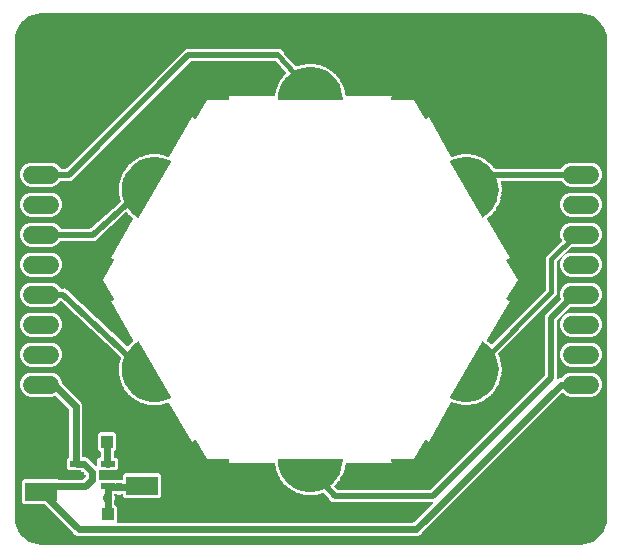
<source format=gbr>
G04 EAGLE Gerber RS-274X export*
G75*
%MOMM*%
%FSLAX34Y34*%
%LPD*%
%INBottom Copper*%
%IPPOS*%
%AMOC8*
5,1,8,0,0,1.08239X$1,22.5*%
G01*
%ADD10C,1.000000*%
%ADD11C,1.524000*%
%ADD12R,1.200000X0.550000*%
%ADD13R,1.000000X1.100000*%
%ADD14R,2.700000X1.600000*%
%ADD15R,1.100000X1.000000*%
%ADD16C,0.609600*%
%ADD17C,0.756400*%
%ADD18C,0.508000*%
%ADD19C,0.406400*%

G36*
X589044Y135386D02*
X589044Y135386D01*
X589066Y135384D01*
X592443Y135650D01*
X592492Y135664D01*
X592560Y135673D01*
X598984Y137761D01*
X599031Y137787D01*
X599126Y137833D01*
X604591Y141803D01*
X604627Y141843D01*
X604703Y141915D01*
X608673Y147380D01*
X608696Y147429D01*
X608745Y147522D01*
X610833Y153946D01*
X610839Y153997D01*
X610856Y154063D01*
X611122Y157440D01*
X611119Y157459D01*
X611123Y157480D01*
X611123Y563118D01*
X611120Y563136D01*
X611122Y563158D01*
X610856Y566535D01*
X610842Y566584D01*
X610833Y566652D01*
X608745Y573076D01*
X608719Y573123D01*
X608673Y573218D01*
X604703Y578683D01*
X604663Y578719D01*
X604591Y578795D01*
X599126Y582765D01*
X599077Y582788D01*
X598984Y582837D01*
X592560Y584925D01*
X592509Y584931D01*
X592443Y584948D01*
X589066Y585214D01*
X589047Y585211D01*
X589026Y585215D01*
X131826Y585215D01*
X131808Y585212D01*
X131786Y585214D01*
X128409Y584948D01*
X128360Y584934D01*
X128292Y584925D01*
X121868Y582837D01*
X121821Y582811D01*
X121726Y582765D01*
X116261Y578795D01*
X116225Y578755D01*
X116149Y578683D01*
X112179Y573218D01*
X112156Y573169D01*
X112107Y573076D01*
X110019Y566652D01*
X110013Y566601D01*
X109996Y566535D01*
X109730Y563158D01*
X109733Y563139D01*
X109729Y563118D01*
X109729Y157480D01*
X109732Y157462D01*
X109730Y157440D01*
X109996Y154063D01*
X110010Y154014D01*
X110019Y153946D01*
X112107Y147522D01*
X112133Y147475D01*
X112179Y147380D01*
X116149Y141915D01*
X116189Y141879D01*
X116261Y141803D01*
X121726Y137833D01*
X121775Y137810D01*
X121868Y137761D01*
X128292Y135673D01*
X128343Y135667D01*
X128409Y135650D01*
X131786Y135384D01*
X131805Y135387D01*
X131826Y135383D01*
X589026Y135383D01*
X589044Y135386D01*
G37*
%LPC*%
G36*
X162658Y143001D02*
X162658Y143001D01*
X160604Y143852D01*
X158961Y145496D01*
X134866Y169591D01*
X134859Y169595D01*
X134855Y169601D01*
X134776Y169650D01*
X134699Y169702D01*
X134691Y169703D01*
X134684Y169707D01*
X134507Y169739D01*
X117528Y169739D01*
X116039Y171228D01*
X116039Y189332D01*
X117528Y190821D01*
X146632Y190821D01*
X146906Y190547D01*
X146912Y190543D01*
X146917Y190537D01*
X146996Y190488D01*
X147073Y190436D01*
X147081Y190435D01*
X147087Y190431D01*
X147265Y190399D01*
X167045Y190399D01*
X167053Y190400D01*
X167060Y190399D01*
X167150Y190420D01*
X167241Y190438D01*
X167248Y190443D01*
X167256Y190445D01*
X167404Y190547D01*
X169523Y192666D01*
X169527Y192673D01*
X169533Y192677D01*
X169582Y192756D01*
X169634Y192833D01*
X169635Y192841D01*
X169639Y192848D01*
X169671Y193025D01*
X169671Y194325D01*
X169670Y194333D01*
X169671Y194340D01*
X169650Y194430D01*
X169632Y194521D01*
X169627Y194528D01*
X169625Y194536D01*
X169523Y194684D01*
X166134Y198073D01*
X166127Y198077D01*
X166123Y198083D01*
X166044Y198132D01*
X165967Y198184D01*
X165959Y198185D01*
X165952Y198189D01*
X165775Y198221D01*
X161148Y198221D01*
X160522Y198481D01*
X160513Y198482D01*
X160505Y198487D01*
X160328Y198519D01*
X155208Y198519D01*
X153719Y200008D01*
X153719Y207612D01*
X155209Y209102D01*
X155297Y209122D01*
X155391Y209140D01*
X155395Y209143D01*
X155400Y209144D01*
X155478Y209200D01*
X155556Y209253D01*
X155559Y209257D01*
X155563Y209260D01*
X155614Y209342D01*
X155666Y209421D01*
X155666Y209426D01*
X155669Y209431D01*
X155701Y209608D01*
X155701Y250205D01*
X155700Y250213D01*
X155701Y250220D01*
X155680Y250310D01*
X155662Y250401D01*
X155657Y250408D01*
X155655Y250416D01*
X155553Y250564D01*
X144462Y261654D01*
X144457Y261658D01*
X144453Y261663D01*
X144374Y261713D01*
X144296Y261765D01*
X144289Y261766D01*
X144284Y261770D01*
X144191Y261785D01*
X144099Y261802D01*
X144092Y261801D01*
X144086Y261802D01*
X143910Y261764D01*
X143631Y261648D01*
X142407Y261141D01*
X142406Y261141D01*
X141721Y260857D01*
X122439Y260857D01*
X118704Y262404D01*
X115846Y265262D01*
X114299Y268997D01*
X114299Y273039D01*
X115846Y276774D01*
X118704Y279632D01*
X119566Y279989D01*
X120790Y280496D01*
X122015Y281003D01*
X122439Y281179D01*
X141721Y281179D01*
X145456Y279632D01*
X148314Y276774D01*
X149861Y273039D01*
X149861Y272273D01*
X149862Y272265D01*
X149861Y272258D01*
X149882Y272168D01*
X149900Y272077D01*
X149905Y272070D01*
X149907Y272062D01*
X150009Y271914D01*
X164384Y257539D01*
X166028Y255896D01*
X166879Y253842D01*
X166879Y209906D01*
X166880Y209901D01*
X166879Y209896D01*
X166900Y209803D01*
X166918Y209709D01*
X166921Y209705D01*
X166922Y209700D01*
X166978Y209622D01*
X167031Y209544D01*
X167035Y209541D01*
X167038Y209537D01*
X167120Y209486D01*
X167199Y209434D01*
X167204Y209434D01*
X167209Y209431D01*
X167386Y209399D01*
X169412Y209399D01*
X171466Y208548D01*
X178354Y201659D01*
X178355Y201659D01*
X178853Y201160D01*
X178856Y201159D01*
X178857Y201157D01*
X178938Y201104D01*
X179020Y201049D01*
X179023Y201049D01*
X179025Y201047D01*
X179121Y201030D01*
X179217Y201012D01*
X179220Y201012D01*
X179222Y201012D01*
X179319Y201033D01*
X179413Y201053D01*
X179415Y201055D01*
X179418Y201055D01*
X179498Y201112D01*
X179578Y201168D01*
X179579Y201170D01*
X179581Y201171D01*
X179633Y201255D01*
X179685Y201337D01*
X179686Y201339D01*
X179687Y201342D01*
X179719Y201519D01*
X179719Y207612D01*
X181208Y209101D01*
X181864Y209101D01*
X181869Y209102D01*
X181874Y209101D01*
X181967Y209122D01*
X182061Y209140D01*
X182065Y209143D01*
X182070Y209144D01*
X182148Y209200D01*
X182226Y209253D01*
X182229Y209257D01*
X182233Y209260D01*
X182284Y209342D01*
X182336Y209421D01*
X182336Y209426D01*
X182339Y209431D01*
X182371Y209608D01*
X182371Y214092D01*
X182370Y214097D01*
X182371Y214102D01*
X182350Y214195D01*
X182332Y214289D01*
X182329Y214293D01*
X182328Y214298D01*
X182272Y214376D01*
X182219Y214454D01*
X182215Y214457D01*
X182212Y214461D01*
X182130Y214512D01*
X182051Y214564D01*
X182046Y214564D01*
X182041Y214567D01*
X181917Y214590D01*
X180419Y216088D01*
X180419Y229192D01*
X181908Y230681D01*
X194012Y230681D01*
X195501Y229192D01*
X195501Y216088D01*
X194003Y214590D01*
X193953Y214578D01*
X193859Y214560D01*
X193855Y214557D01*
X193850Y214556D01*
X193772Y214500D01*
X193694Y214447D01*
X193691Y214443D01*
X193687Y214440D01*
X193636Y214358D01*
X193584Y214279D01*
X193584Y214274D01*
X193581Y214269D01*
X193549Y214092D01*
X193549Y209608D01*
X193550Y209603D01*
X193549Y209598D01*
X193570Y209505D01*
X193588Y209411D01*
X193591Y209407D01*
X193592Y209402D01*
X193648Y209324D01*
X193701Y209246D01*
X193705Y209243D01*
X193708Y209239D01*
X193790Y209188D01*
X193869Y209136D01*
X193874Y209136D01*
X193879Y209133D01*
X194056Y209101D01*
X195312Y209101D01*
X196801Y207612D01*
X196801Y200008D01*
X195312Y198519D01*
X190192Y198519D01*
X190183Y198517D01*
X190174Y198519D01*
X189998Y198481D01*
X189996Y198480D01*
X189995Y198480D01*
X189422Y198242D01*
X189372Y198221D01*
X187148Y198221D01*
X186522Y198481D01*
X186513Y198482D01*
X186505Y198487D01*
X186328Y198519D01*
X181356Y198519D01*
X181351Y198518D01*
X181346Y198519D01*
X181253Y198498D01*
X181159Y198480D01*
X181155Y198477D01*
X181150Y198476D01*
X181072Y198420D01*
X180994Y198367D01*
X180991Y198363D01*
X180987Y198360D01*
X180936Y198278D01*
X180884Y198199D01*
X180884Y198194D01*
X180881Y198189D01*
X180849Y198012D01*
X180849Y190608D01*
X180850Y190603D01*
X180849Y190598D01*
X180870Y190505D01*
X180888Y190411D01*
X180891Y190407D01*
X180892Y190402D01*
X180948Y190324D01*
X181001Y190246D01*
X181005Y190243D01*
X181008Y190239D01*
X181090Y190188D01*
X181169Y190136D01*
X181174Y190136D01*
X181179Y190133D01*
X181356Y190101D01*
X186328Y190101D01*
X186337Y190103D01*
X186346Y190101D01*
X186522Y190139D01*
X186524Y190140D01*
X186525Y190140D01*
X186681Y190205D01*
X187148Y190399D01*
X189372Y190399D01*
X189998Y190139D01*
X190007Y190138D01*
X190015Y190133D01*
X190192Y190101D01*
X195336Y190101D01*
X195352Y190091D01*
X195431Y190039D01*
X195437Y190037D01*
X195443Y190034D01*
X195535Y190019D01*
X195627Y190001D01*
X195634Y190002D01*
X195640Y190001D01*
X195816Y190040D01*
X196217Y190205D01*
X196862Y190473D01*
X199378Y190473D01*
X200428Y190038D01*
X200432Y190037D01*
X200435Y190035D01*
X200530Y190018D01*
X200625Y189999D01*
X200628Y190000D01*
X200632Y189999D01*
X200726Y190020D01*
X200821Y190040D01*
X200824Y190042D01*
X200828Y190043D01*
X200906Y190098D01*
X200986Y190153D01*
X200988Y190156D01*
X200991Y190159D01*
X201042Y190240D01*
X201095Y190322D01*
X201095Y190326D01*
X201097Y190329D01*
X201129Y190506D01*
X201129Y194442D01*
X202618Y195931D01*
X231722Y195931D01*
X233211Y194442D01*
X233211Y176338D01*
X231722Y174849D01*
X202618Y174849D01*
X201129Y176338D01*
X201129Y177794D01*
X201128Y177798D01*
X201129Y177801D01*
X201109Y177895D01*
X201090Y177990D01*
X201087Y177993D01*
X201087Y177997D01*
X201031Y178076D01*
X200977Y178156D01*
X200974Y178158D01*
X200971Y178161D01*
X200889Y178213D01*
X200809Y178265D01*
X200805Y178266D01*
X200802Y178268D01*
X200706Y178284D01*
X200612Y178301D01*
X200608Y178300D01*
X200604Y178301D01*
X200428Y178262D01*
X199679Y177952D01*
X199378Y177827D01*
X196862Y177827D01*
X195184Y178523D01*
X195175Y178524D01*
X195167Y178529D01*
X194989Y178561D01*
X194356Y178561D01*
X194351Y178560D01*
X194346Y178561D01*
X194253Y178540D01*
X194159Y178522D01*
X194155Y178519D01*
X194150Y178518D01*
X194072Y178462D01*
X193994Y178409D01*
X193991Y178405D01*
X193987Y178402D01*
X193936Y178320D01*
X193884Y178241D01*
X193884Y178236D01*
X193881Y178231D01*
X193849Y178054D01*
X193849Y177666D01*
X193851Y177657D01*
X193849Y177648D01*
X193887Y177472D01*
X194283Y176518D01*
X194283Y174002D01*
X193887Y173048D01*
X193886Y173039D01*
X193881Y173031D01*
X193849Y172854D01*
X193849Y169338D01*
X193850Y169333D01*
X193849Y169328D01*
X193870Y169235D01*
X193888Y169141D01*
X193891Y169137D01*
X193892Y169132D01*
X193948Y169054D01*
X194001Y168976D01*
X194005Y168973D01*
X194008Y168969D01*
X194090Y168918D01*
X194169Y168866D01*
X194174Y168866D01*
X194179Y168863D01*
X194356Y168831D01*
X194902Y168831D01*
X196391Y167342D01*
X196391Y155238D01*
X196198Y155045D01*
X196196Y155042D01*
X196194Y155041D01*
X196141Y154960D01*
X196087Y154878D01*
X196086Y154875D01*
X196085Y154873D01*
X196068Y154777D01*
X196049Y154681D01*
X196050Y154678D01*
X196049Y154676D01*
X196071Y154579D01*
X196091Y154485D01*
X196092Y154483D01*
X196093Y154480D01*
X196150Y154399D01*
X196205Y154320D01*
X196207Y154319D01*
X196209Y154317D01*
X196293Y154264D01*
X196374Y154213D01*
X196377Y154212D01*
X196379Y154211D01*
X196556Y154179D01*
X447055Y154179D01*
X447063Y154180D01*
X447070Y154179D01*
X447160Y154200D01*
X447251Y154218D01*
X447258Y154223D01*
X447266Y154225D01*
X447414Y154327D01*
X463670Y170583D01*
X463671Y170586D01*
X463673Y170587D01*
X463726Y170668D01*
X463781Y170750D01*
X463781Y170753D01*
X463783Y170755D01*
X463800Y170851D01*
X463818Y170947D01*
X463818Y170950D01*
X463818Y170952D01*
X463797Y171049D01*
X463777Y171143D01*
X463775Y171145D01*
X463775Y171148D01*
X463718Y171228D01*
X463662Y171308D01*
X463660Y171309D01*
X463659Y171311D01*
X463576Y171363D01*
X463493Y171415D01*
X463491Y171416D01*
X463488Y171417D01*
X463311Y171449D01*
X382571Y171449D01*
X382484Y171432D01*
X382397Y171418D01*
X382386Y171412D01*
X382374Y171410D01*
X382329Y171379D01*
X382241Y171327D01*
X382211Y171302D01*
X380329Y171448D01*
X380310Y171445D01*
X380289Y171449D01*
X378402Y171449D01*
X378374Y171477D01*
X378300Y171526D01*
X378228Y171579D01*
X378216Y171582D01*
X378207Y171588D01*
X378153Y171598D01*
X378054Y171624D01*
X378015Y171627D01*
X376787Y173062D01*
X376773Y173073D01*
X376760Y173090D01*
X375425Y174425D01*
X375425Y174465D01*
X375408Y174552D01*
X375394Y174639D01*
X375388Y174650D01*
X375386Y174662D01*
X375355Y174707D01*
X375303Y174795D01*
X371412Y179341D01*
X371392Y179357D01*
X371379Y179376D01*
X371367Y179383D01*
X371355Y179398D01*
X371302Y179427D01*
X371255Y179464D01*
X371222Y179473D01*
X371208Y179481D01*
X371201Y179483D01*
X371180Y179495D01*
X371120Y179501D01*
X371061Y179517D01*
X371032Y179513D01*
X371031Y179513D01*
X371017Y179513D01*
X371013Y179513D01*
X370981Y179516D01*
X370914Y179498D01*
X370862Y179491D01*
X370840Y179478D01*
X370821Y179474D01*
X370815Y179470D01*
X370807Y179468D01*
X369967Y179063D01*
X369880Y179094D01*
X369810Y179103D01*
X369742Y179121D01*
X369709Y179117D01*
X369681Y179121D01*
X369631Y179108D01*
X369563Y179100D01*
X367938Y178598D01*
X367876Y178565D01*
X367810Y178539D01*
X367786Y178516D01*
X367762Y178503D01*
X367730Y178462D01*
X367679Y178415D01*
X367625Y178341D01*
X366642Y178193D01*
X366610Y178181D01*
X366568Y178176D01*
X365619Y177883D01*
X365537Y177926D01*
X365470Y177946D01*
X365405Y177974D01*
X365372Y177975D01*
X365345Y177983D01*
X365294Y177977D01*
X365225Y177979D01*
X363543Y177726D01*
X363477Y177702D01*
X363408Y177686D01*
X363381Y177667D01*
X363355Y177657D01*
X363317Y177622D01*
X363260Y177583D01*
X363195Y177518D01*
X362202Y177518D01*
X362168Y177511D01*
X362126Y177512D01*
X361143Y177364D01*
X361069Y177419D01*
X361005Y177449D01*
X360946Y177486D01*
X360913Y177492D01*
X360888Y177503D01*
X360836Y177505D01*
X360768Y177518D01*
X359068Y177518D01*
X358998Y177504D01*
X358928Y177498D01*
X358899Y177484D01*
X358871Y177478D01*
X358829Y177449D01*
X358767Y177419D01*
X358693Y177364D01*
X357710Y177512D01*
X357675Y177510D01*
X357634Y177518D01*
X356641Y177518D01*
X356576Y177583D01*
X356517Y177622D01*
X356463Y177668D01*
X356432Y177678D01*
X356409Y177694D01*
X356358Y177703D01*
X356293Y177726D01*
X354611Y177979D01*
X354541Y177976D01*
X354470Y177981D01*
X354439Y177971D01*
X354411Y177969D01*
X354364Y177947D01*
X354299Y177926D01*
X354217Y177883D01*
X353268Y178176D01*
X353233Y178179D01*
X353194Y178193D01*
X352211Y178341D01*
X352157Y178415D01*
X352104Y178462D01*
X352058Y178516D01*
X352029Y178531D01*
X352008Y178549D01*
X351959Y178567D01*
X351898Y178598D01*
X350273Y179100D01*
X350203Y179107D01*
X350134Y179122D01*
X350102Y179117D01*
X350074Y179120D01*
X350024Y179105D01*
X349956Y179094D01*
X349869Y179063D01*
X348974Y179494D01*
X348940Y179503D01*
X348903Y179522D01*
X347954Y179815D01*
X347911Y179896D01*
X347866Y179951D01*
X347828Y180011D01*
X347802Y180030D01*
X347784Y180052D01*
X347739Y180076D01*
X347683Y180116D01*
X346151Y180854D01*
X346082Y180872D01*
X346016Y180897D01*
X345984Y180897D01*
X345956Y180904D01*
X345905Y180896D01*
X345836Y180896D01*
X345746Y180878D01*
X344925Y181438D01*
X344893Y181452D01*
X344859Y181476D01*
X343964Y181907D01*
X343933Y181994D01*
X343898Y182055D01*
X343869Y182119D01*
X343846Y182142D01*
X343831Y182166D01*
X343790Y182197D01*
X343740Y182246D01*
X342335Y183204D01*
X342271Y183231D01*
X342209Y183266D01*
X342177Y183271D01*
X342151Y183281D01*
X342099Y183282D01*
X342031Y183291D01*
X341939Y183288D01*
X341211Y183964D01*
X341181Y183982D01*
X341151Y184011D01*
X340330Y184571D01*
X340313Y184661D01*
X340287Y184727D01*
X340268Y184795D01*
X340248Y184821D01*
X340238Y184847D01*
X340201Y184883D01*
X340160Y184939D01*
X338913Y186095D01*
X338853Y186132D01*
X338798Y186176D01*
X338766Y186185D01*
X338742Y186200D01*
X338691Y186208D01*
X338625Y186227D01*
X338534Y186238D01*
X337914Y187015D01*
X337887Y187037D01*
X337862Y187070D01*
X337134Y187746D01*
X337131Y187838D01*
X337114Y187907D01*
X337106Y187977D01*
X337090Y188006D01*
X337084Y188033D01*
X337053Y188074D01*
X337020Y188135D01*
X335960Y189465D01*
X335911Y189506D01*
X335901Y189521D01*
X335890Y189527D01*
X335858Y189562D01*
X335828Y189576D01*
X335807Y189594D01*
X335760Y189608D01*
X335730Y189626D01*
X335714Y189629D01*
X335695Y189638D01*
X335606Y189662D01*
X335109Y190523D01*
X335086Y190549D01*
X335067Y190585D01*
X334447Y191362D01*
X334457Y191454D01*
X334451Y191524D01*
X334453Y191595D01*
X334442Y191625D01*
X334440Y191653D01*
X334416Y191699D01*
X334392Y191764D01*
X333542Y193237D01*
X333496Y193290D01*
X333456Y193348D01*
X333428Y193366D01*
X333410Y193387D01*
X333363Y193410D01*
X333306Y193448D01*
X333221Y193485D01*
X332858Y194410D01*
X332852Y194419D01*
X332850Y194430D01*
X332836Y194450D01*
X332825Y194478D01*
X332329Y195339D01*
X332353Y195427D01*
X332357Y195498D01*
X332370Y195567D01*
X332363Y195599D01*
X332365Y195627D01*
X332348Y195676D01*
X332335Y195744D01*
X331714Y197327D01*
X331675Y197386D01*
X331644Y197450D01*
X331620Y197472D01*
X331605Y197495D01*
X331562Y197525D01*
X331511Y197571D01*
X331433Y197620D01*
X331212Y198589D01*
X331198Y198620D01*
X331190Y198661D01*
X330827Y199586D01*
X330864Y199670D01*
X330879Y199739D01*
X330901Y199806D01*
X330900Y199839D01*
X330906Y199866D01*
X330896Y199917D01*
X330893Y199986D01*
X330515Y201644D01*
X330486Y201708D01*
X330465Y201776D01*
X330444Y201801D01*
X330433Y201827D01*
X330395Y201862D01*
X330351Y201916D01*
X330281Y201976D01*
X330207Y202966D01*
X330198Y203000D01*
X330196Y203041D01*
X329966Y204048D01*
X329946Y204093D01*
X329935Y204141D01*
X329905Y204183D01*
X329884Y204231D01*
X329848Y204264D01*
X329819Y204304D01*
X329775Y204332D01*
X329737Y204367D01*
X329691Y204384D01*
X329649Y204410D01*
X329592Y204421D01*
X329549Y204436D01*
X329514Y204435D01*
X329472Y204442D01*
X291160Y204442D01*
X291415Y207441D01*
X291412Y207470D01*
X291417Y207500D01*
X291401Y207568D01*
X291393Y207638D01*
X291378Y207664D01*
X291371Y207693D01*
X291329Y207750D01*
X291294Y207811D01*
X291271Y207829D01*
X291253Y207853D01*
X291193Y207889D01*
X291136Y207932D01*
X291108Y207939D01*
X291082Y207955D01*
X290986Y207971D01*
X290944Y207982D01*
X290932Y207980D01*
X290918Y207982D01*
X272207Y207982D01*
X262851Y224232D01*
X262831Y224254D01*
X262819Y224281D01*
X262779Y224317D01*
X262757Y224346D01*
X262743Y224354D01*
X262719Y224381D01*
X262693Y224394D01*
X262671Y224414D01*
X262604Y224436D01*
X262586Y224447D01*
X262579Y224448D01*
X262540Y224467D01*
X262510Y224469D01*
X262483Y224478D01*
X262426Y224474D01*
X262422Y224475D01*
X262407Y224475D01*
X262401Y224474D01*
X262341Y224476D01*
X262313Y224466D01*
X262284Y224464D01*
X262231Y224439D01*
X262212Y224435D01*
X262191Y224421D01*
X262155Y224407D01*
X262146Y224399D01*
X262134Y224393D01*
X259642Y222666D01*
X240540Y255754D01*
X240507Y255792D01*
X240483Y255835D01*
X240442Y255866D01*
X240408Y255905D01*
X240363Y255926D01*
X240324Y255956D01*
X240274Y255970D01*
X240227Y255992D01*
X240178Y255995D01*
X240130Y256007D01*
X240073Y256000D01*
X240027Y256003D01*
X239993Y255991D01*
X239951Y255985D01*
X238939Y255673D01*
X238909Y255656D01*
X238869Y255645D01*
X237974Y255213D01*
X237887Y255244D01*
X237817Y255253D01*
X237749Y255271D01*
X237716Y255267D01*
X237688Y255271D01*
X237638Y255258D01*
X237570Y255249D01*
X235949Y254748D01*
X235887Y254715D01*
X235822Y254688D01*
X235798Y254666D01*
X235773Y254653D01*
X235741Y254612D01*
X235691Y254565D01*
X235636Y254491D01*
X234654Y254342D01*
X234621Y254330D01*
X234580Y254325D01*
X233630Y254032D01*
X233549Y254075D01*
X233481Y254094D01*
X233416Y254122D01*
X233384Y254123D01*
X233357Y254131D01*
X233306Y254126D01*
X233236Y254127D01*
X231559Y253874D01*
X231493Y253850D01*
X231424Y253833D01*
X231397Y253815D01*
X231371Y253805D01*
X231333Y253770D01*
X231276Y253731D01*
X231211Y253665D01*
X230218Y253665D01*
X230183Y253658D01*
X230142Y253659D01*
X229160Y253510D01*
X229086Y253565D01*
X229022Y253595D01*
X228962Y253632D01*
X228929Y253638D01*
X228904Y253650D01*
X228852Y253652D01*
X228784Y253664D01*
X227088Y253663D01*
X227019Y253649D01*
X226948Y253643D01*
X226919Y253629D01*
X226892Y253623D01*
X226849Y253594D01*
X226787Y253564D01*
X226713Y253509D01*
X225730Y253656D01*
X225696Y253655D01*
X225655Y253662D01*
X224661Y253662D01*
X224596Y253727D01*
X224537Y253766D01*
X224483Y253811D01*
X224452Y253822D01*
X224429Y253837D01*
X224378Y253847D01*
X224313Y253869D01*
X222635Y254121D01*
X222565Y254118D01*
X222494Y254122D01*
X222463Y254112D01*
X222435Y254111D01*
X222389Y254089D01*
X222323Y254068D01*
X222241Y254025D01*
X221292Y254317D01*
X221257Y254321D01*
X221218Y254334D01*
X220235Y254481D01*
X220181Y254555D01*
X220128Y254603D01*
X220082Y254656D01*
X220053Y254671D01*
X220032Y254690D01*
X219983Y254707D01*
X219922Y254739D01*
X218301Y255238D01*
X218230Y255245D01*
X218161Y255260D01*
X218129Y255255D01*
X218101Y255258D01*
X218052Y255242D01*
X217984Y255232D01*
X217897Y255201D01*
X217001Y255632D01*
X216968Y255640D01*
X216931Y255659D01*
X215981Y255952D01*
X215938Y256033D01*
X215893Y256088D01*
X215855Y256147D01*
X215829Y256166D01*
X215811Y256188D01*
X215766Y256212D01*
X215709Y256253D01*
X214181Y256988D01*
X214112Y257005D01*
X214047Y257031D01*
X214014Y257030D01*
X213987Y257037D01*
X213936Y257030D01*
X213866Y257029D01*
X213776Y257012D01*
X212955Y257571D01*
X212923Y257585D01*
X212889Y257609D01*
X211994Y258040D01*
X211963Y258126D01*
X211927Y258187D01*
X211898Y258252D01*
X211875Y258275D01*
X211861Y258299D01*
X211819Y258329D01*
X211770Y258378D01*
X210368Y259333D01*
X210303Y259360D01*
X210241Y259395D01*
X210209Y259399D01*
X210183Y259410D01*
X210132Y259410D01*
X210063Y259420D01*
X209971Y259417D01*
X209242Y260092D01*
X209213Y260110D01*
X209183Y260139D01*
X208362Y260698D01*
X208345Y260789D01*
X208321Y260847D01*
X208314Y260879D01*
X208309Y260886D01*
X208299Y260922D01*
X208280Y260949D01*
X208269Y260975D01*
X208233Y261011D01*
X208191Y261066D01*
X206947Y262219D01*
X206887Y262256D01*
X206831Y262300D01*
X206800Y262309D01*
X206776Y262324D01*
X206725Y262332D01*
X206659Y262351D01*
X206567Y262362D01*
X205947Y263138D01*
X205920Y263161D01*
X205895Y263194D01*
X205167Y263869D01*
X205163Y263961D01*
X205147Y264029D01*
X205138Y264100D01*
X205123Y264129D01*
X205116Y264156D01*
X205086Y264197D01*
X205053Y264258D01*
X203994Y265584D01*
X203973Y265602D01*
X203968Y265608D01*
X203956Y265616D01*
X203940Y265629D01*
X203892Y265681D01*
X203862Y265695D01*
X203841Y265713D01*
X203792Y265728D01*
X203729Y265757D01*
X203640Y265781D01*
X203143Y266641D01*
X203120Y266667D01*
X203100Y266704D01*
X202480Y267480D01*
X202490Y267572D01*
X202484Y267642D01*
X202486Y267713D01*
X202475Y267743D01*
X202473Y267771D01*
X202449Y267817D01*
X202425Y267882D01*
X201576Y269351D01*
X201530Y269404D01*
X201490Y269462D01*
X201462Y269480D01*
X201444Y269501D01*
X201397Y269523D01*
X201340Y269562D01*
X201255Y269598D01*
X200892Y270523D01*
X200873Y270552D01*
X200859Y270591D01*
X200362Y271452D01*
X200385Y271540D01*
X200390Y271611D01*
X200403Y271680D01*
X200396Y271713D01*
X200398Y271741D01*
X200381Y271789D01*
X200367Y271857D01*
X199747Y273436D01*
X199708Y273495D01*
X199677Y273558D01*
X199653Y273580D01*
X199638Y273604D01*
X199595Y273633D01*
X199544Y273680D01*
X199466Y273729D01*
X199245Y274697D01*
X199230Y274729D01*
X199222Y274770D01*
X198859Y275694D01*
X198895Y275779D01*
X198910Y275848D01*
X198933Y275914D01*
X198932Y275947D01*
X198938Y275975D01*
X198928Y276025D01*
X198925Y276094D01*
X198546Y277748D01*
X198517Y277812D01*
X198496Y277880D01*
X198475Y277905D01*
X198464Y277931D01*
X198426Y277966D01*
X198383Y278019D01*
X198313Y278079D01*
X198238Y279070D01*
X198229Y279104D01*
X198227Y279145D01*
X198005Y280114D01*
X198054Y280192D01*
X198070Y280235D01*
X198093Y280269D01*
X198097Y280292D01*
X198111Y280320D01*
X198115Y280353D01*
X198125Y280379D01*
X198123Y280431D01*
X198124Y280446D01*
X198128Y280467D01*
X198127Y280471D01*
X198130Y280500D01*
X198002Y282191D01*
X197983Y282259D01*
X197972Y282329D01*
X197956Y282357D01*
X197948Y282384D01*
X197916Y282424D01*
X197881Y282484D01*
X197821Y282554D01*
X197894Y283544D01*
X197890Y283579D01*
X197894Y283620D01*
X197819Y284611D01*
X197879Y284681D01*
X197914Y284742D01*
X197955Y284799D01*
X197963Y284828D01*
X197967Y284835D01*
X197968Y284838D01*
X197977Y284856D01*
X197983Y284907D01*
X198000Y284974D01*
X198126Y286665D01*
X198117Y286735D01*
X198117Y286806D01*
X198105Y286836D01*
X198101Y286864D01*
X198076Y286909D01*
X198050Y286973D01*
X198001Y287051D01*
X198221Y288020D01*
X198222Y288055D01*
X198232Y288095D01*
X198306Y289086D01*
X198376Y289146D01*
X198419Y289201D01*
X198469Y289252D01*
X198482Y289282D01*
X198499Y289304D01*
X198512Y289354D01*
X198539Y289417D01*
X198916Y291071D01*
X198918Y291142D01*
X198928Y291212D01*
X198920Y291244D01*
X198921Y291272D01*
X198902Y291320D01*
X198886Y291387D01*
X198849Y291471D01*
X199212Y292396D01*
X199218Y292431D01*
X199234Y292469D01*
X199460Y293462D01*
X199480Y293477D01*
X199496Y293503D01*
X199518Y293525D01*
X199546Y293589D01*
X199582Y293650D01*
X199586Y293680D01*
X199598Y293708D01*
X199599Y293779D01*
X199609Y293848D01*
X199601Y293878D01*
X199601Y293909D01*
X199575Y293974D01*
X199556Y294042D01*
X199537Y294068D01*
X199526Y294094D01*
X199490Y294131D01*
X199449Y294186D01*
X148925Y341380D01*
X148843Y341431D01*
X148760Y341483D01*
X148757Y341484D01*
X148754Y341485D01*
X148659Y341500D01*
X148563Y341517D01*
X148559Y341516D01*
X148556Y341516D01*
X148462Y341493D01*
X148368Y341471D01*
X148365Y341469D01*
X148361Y341468D01*
X148333Y341447D01*
X148220Y341368D01*
X145456Y338604D01*
X144584Y338243D01*
X143360Y337736D01*
X143359Y337736D01*
X142135Y337229D01*
X141721Y337057D01*
X122439Y337057D01*
X118704Y338604D01*
X115846Y341462D01*
X114299Y345197D01*
X114299Y349239D01*
X115846Y352974D01*
X118704Y355832D01*
X119294Y356076D01*
X120519Y356583D01*
X121743Y357091D01*
X122439Y357379D01*
X141721Y357379D01*
X145456Y355832D01*
X148314Y352974D01*
X148464Y352612D01*
X148467Y352606D01*
X148469Y352600D01*
X148523Y352523D01*
X148575Y352445D01*
X148581Y352442D01*
X148585Y352437D01*
X148665Y352387D01*
X148743Y352335D01*
X148749Y352334D01*
X148755Y352331D01*
X148932Y352299D01*
X150023Y352299D01*
X150031Y352300D01*
X150040Y352299D01*
X152084Y352369D01*
X152145Y352331D01*
X152146Y352330D01*
X152158Y352328D01*
X152201Y352321D01*
X153644Y350878D01*
X153650Y350873D01*
X153656Y350866D01*
X204512Y303362D01*
X204587Y303316D01*
X204659Y303266D01*
X204672Y303263D01*
X204683Y303257D01*
X204769Y303243D01*
X204855Y303225D01*
X204868Y303228D01*
X204881Y303226D01*
X204966Y303247D01*
X205052Y303264D01*
X205063Y303271D01*
X205075Y303274D01*
X205120Y303307D01*
X205204Y303361D01*
X205871Y303981D01*
X205891Y304009D01*
X205922Y304036D01*
X206541Y304814D01*
X206633Y304824D01*
X206700Y304846D01*
X206769Y304859D01*
X206797Y304877D01*
X206824Y304885D01*
X206863Y304919D01*
X206921Y304956D01*
X208164Y306111D01*
X208205Y306168D01*
X208253Y306220D01*
X208264Y306251D01*
X208281Y306274D01*
X208292Y306324D01*
X208317Y306388D01*
X208334Y306479D01*
X209155Y307039D01*
X209179Y307064D01*
X209214Y307086D01*
X210019Y307835D01*
X210048Y307875D01*
X210084Y307908D01*
X210106Y307955D01*
X210136Y307997D01*
X210147Y308045D01*
X210168Y308090D01*
X210170Y308142D01*
X210181Y308193D01*
X210173Y308241D01*
X210174Y308290D01*
X210155Y308345D01*
X210147Y308390D01*
X210128Y308420D01*
X210113Y308460D01*
X190927Y341694D01*
X193631Y342966D01*
X193654Y342984D01*
X193681Y342994D01*
X193733Y343043D01*
X193790Y343085D01*
X193805Y343110D01*
X193826Y343130D01*
X193855Y343195D01*
X193890Y343257D01*
X193894Y343286D01*
X193906Y343312D01*
X193907Y343383D01*
X193916Y343454D01*
X193908Y343482D01*
X193909Y343511D01*
X193874Y343604D01*
X193862Y343645D01*
X193855Y343654D01*
X193851Y343667D01*
X184494Y359918D01*
X193851Y376169D01*
X193860Y376197D01*
X193877Y376221D01*
X193891Y376290D01*
X193914Y376358D01*
X193911Y376387D01*
X193917Y376415D01*
X193903Y376485D01*
X193898Y376556D01*
X193884Y376582D01*
X193879Y376610D01*
X193839Y376669D01*
X193806Y376732D01*
X193784Y376751D01*
X193767Y376775D01*
X193685Y376832D01*
X193653Y376859D01*
X193642Y376862D01*
X193631Y376870D01*
X190927Y378142D01*
X210038Y411246D01*
X210054Y411292D01*
X210079Y411335D01*
X210086Y411387D01*
X210102Y411436D01*
X210099Y411485D01*
X210105Y411534D01*
X210091Y411584D01*
X210088Y411636D01*
X210065Y411680D01*
X210052Y411727D01*
X210017Y411774D01*
X209997Y411814D01*
X209970Y411837D01*
X209944Y411871D01*
X209214Y412550D01*
X209184Y412568D01*
X209155Y412597D01*
X208334Y413157D01*
X208317Y413248D01*
X208290Y413313D01*
X208272Y413381D01*
X208252Y413407D01*
X208242Y413433D01*
X208205Y413470D01*
X208164Y413525D01*
X206921Y414680D01*
X206861Y414717D01*
X206805Y414760D01*
X206774Y414770D01*
X206750Y414784D01*
X206699Y414792D01*
X206633Y414812D01*
X206541Y414822D01*
X205922Y415600D01*
X205896Y415622D01*
X205871Y415655D01*
X205143Y416332D01*
X205140Y416423D01*
X205123Y416492D01*
X205115Y416562D01*
X205100Y416590D01*
X205096Y416605D01*
X205096Y416606D01*
X205093Y416618D01*
X205062Y416660D01*
X205029Y416721D01*
X205003Y416754D01*
X204987Y416767D01*
X204977Y416785D01*
X204911Y416831D01*
X204849Y416883D01*
X204830Y416889D01*
X204813Y416901D01*
X204735Y416919D01*
X204658Y416943D01*
X204638Y416941D01*
X204618Y416945D01*
X204539Y416931D01*
X204459Y416923D01*
X204441Y416914D01*
X204421Y416910D01*
X204328Y416853D01*
X204282Y416828D01*
X204276Y416821D01*
X204267Y416816D01*
X179224Y394338D01*
X179216Y394327D01*
X179204Y394319D01*
X177814Y392928D01*
X177766Y392919D01*
X177673Y392902D01*
X177667Y392899D01*
X177662Y392898D01*
X177624Y392872D01*
X177557Y392831D01*
X175595Y392937D01*
X175582Y392935D01*
X175567Y392937D01*
X148932Y392937D01*
X148926Y392936D01*
X148919Y392937D01*
X148828Y392916D01*
X148736Y392898D01*
X148730Y392894D01*
X148724Y392893D01*
X148647Y392838D01*
X148570Y392785D01*
X148566Y392780D01*
X148561Y392776D01*
X148464Y392624D01*
X148314Y392262D01*
X145456Y389404D01*
X144403Y388968D01*
X143178Y388461D01*
X141954Y387954D01*
X141721Y387857D01*
X122439Y387857D01*
X118704Y389404D01*
X115846Y392262D01*
X114299Y395997D01*
X114299Y400039D01*
X115846Y403774D01*
X118704Y406632D01*
X119113Y406801D01*
X120337Y407308D01*
X120338Y407308D01*
X121562Y407816D01*
X122439Y408179D01*
X141721Y408179D01*
X145456Y406632D01*
X148314Y403774D01*
X148464Y403412D01*
X148467Y403406D01*
X148469Y403400D01*
X148523Y403323D01*
X148575Y403245D01*
X148581Y403242D01*
X148585Y403237D01*
X148665Y403187D01*
X148743Y403135D01*
X148749Y403134D01*
X148755Y403131D01*
X148932Y403099D01*
X173578Y403099D01*
X173670Y403117D01*
X173764Y403134D01*
X173769Y403137D01*
X173775Y403138D01*
X173812Y403164D01*
X173917Y403228D01*
X199241Y425959D01*
X199288Y426021D01*
X199340Y426080D01*
X199348Y426101D01*
X199361Y426120D01*
X199380Y426195D01*
X199405Y426269D01*
X199404Y426294D01*
X199409Y426314D01*
X199401Y426369D01*
X199397Y426449D01*
X199234Y427167D01*
X199220Y427199D01*
X199212Y427240D01*
X198849Y428165D01*
X198886Y428249D01*
X198901Y428318D01*
X198924Y428385D01*
X198922Y428417D01*
X198928Y428445D01*
X198919Y428495D01*
X198916Y428565D01*
X198539Y430219D01*
X198519Y430263D01*
X198511Y430301D01*
X198500Y430316D01*
X198489Y430350D01*
X198469Y430376D01*
X198457Y430401D01*
X198419Y430436D01*
X198376Y430490D01*
X198306Y430550D01*
X198232Y431541D01*
X198223Y431575D01*
X198221Y431616D01*
X198001Y432585D01*
X198050Y432663D01*
X198075Y432729D01*
X198107Y432791D01*
X198111Y432824D01*
X198121Y432850D01*
X198119Y432902D01*
X198126Y432971D01*
X198000Y434662D01*
X197981Y434730D01*
X197971Y434800D01*
X197954Y434828D01*
X197946Y434855D01*
X197914Y434896D01*
X197879Y434955D01*
X197819Y435025D01*
X197894Y436016D01*
X197890Y436050D01*
X197894Y436092D01*
X197821Y437082D01*
X197881Y437152D01*
X197915Y437214D01*
X197957Y437271D01*
X197965Y437302D01*
X197979Y437327D01*
X197985Y437378D01*
X198002Y437445D01*
X198130Y439136D01*
X198121Y439207D01*
X198121Y439277D01*
X198109Y439308D01*
X198105Y439335D01*
X198080Y439380D01*
X198054Y439444D01*
X198005Y439522D01*
X198227Y440491D01*
X198228Y440526D01*
X198238Y440566D01*
X198313Y441557D01*
X198383Y441617D01*
X198426Y441672D01*
X198476Y441722D01*
X198489Y441753D01*
X198506Y441775D01*
X198519Y441824D01*
X198546Y441888D01*
X198925Y443542D01*
X198927Y443612D01*
X198937Y443682D01*
X198929Y443714D01*
X198930Y443742D01*
X198911Y443790D01*
X198895Y443857D01*
X198859Y443942D01*
X198925Y444111D01*
X199222Y444866D01*
X199228Y444900D01*
X199245Y444939D01*
X199466Y445907D01*
X199544Y445956D01*
X199595Y446005D01*
X199652Y446047D01*
X199669Y446075D01*
X199690Y446094D01*
X199710Y446142D01*
X199747Y446200D01*
X200122Y447154D01*
X200122Y447155D01*
X200321Y447662D01*
X200367Y447779D01*
X200380Y447848D01*
X200400Y447916D01*
X200398Y447949D01*
X200402Y447976D01*
X200391Y448027D01*
X200385Y448096D01*
X200362Y448184D01*
X200859Y449045D01*
X200870Y449078D01*
X200892Y449113D01*
X201255Y450038D01*
X201340Y450074D01*
X201398Y450115D01*
X201460Y450148D01*
X201481Y450173D01*
X201504Y450189D01*
X201532Y450233D01*
X201576Y450285D01*
X202425Y451754D01*
X202448Y451821D01*
X202478Y451885D01*
X202480Y451917D01*
X202489Y451944D01*
X202486Y451995D01*
X202490Y452064D01*
X202480Y452156D01*
X203100Y452932D01*
X203116Y452963D01*
X203143Y452995D01*
X203640Y453855D01*
X203729Y453879D01*
X203792Y453910D01*
X203859Y453934D01*
X203883Y453955D01*
X203909Y453968D01*
X203942Y454007D01*
X203994Y454052D01*
X205053Y455378D01*
X205085Y455441D01*
X205125Y455499D01*
X205132Y455531D01*
X205144Y455556D01*
X205148Y455608D01*
X205163Y455675D01*
X205167Y455767D01*
X205895Y456442D01*
X205916Y456470D01*
X205947Y456498D01*
X206567Y457274D01*
X206659Y457285D01*
X206726Y457306D01*
X206795Y457320D01*
X206823Y457337D01*
X206849Y457346D01*
X206889Y457380D01*
X206947Y457417D01*
X208191Y458570D01*
X208232Y458627D01*
X208280Y458679D01*
X208292Y458709D01*
X208308Y458732D01*
X208320Y458783D01*
X208345Y458847D01*
X208362Y458938D01*
X209183Y459497D01*
X209207Y459522D01*
X209242Y459544D01*
X209971Y460219D01*
X210063Y460216D01*
X210133Y460227D01*
X210203Y460230D01*
X210233Y460243D01*
X210261Y460248D01*
X210305Y460275D01*
X210368Y460303D01*
X211770Y461258D01*
X211819Y461309D01*
X211874Y461353D01*
X211890Y461381D01*
X211910Y461402D01*
X211929Y461449D01*
X211963Y461510D01*
X211994Y461596D01*
X212889Y462027D01*
X212917Y462048D01*
X212955Y462065D01*
X213776Y462624D01*
X213866Y462607D01*
X213937Y462608D01*
X214007Y462600D01*
X214039Y462609D01*
X214067Y462609D01*
X214114Y462630D01*
X214181Y462648D01*
X215709Y463383D01*
X215766Y463426D01*
X215827Y463461D01*
X215847Y463487D01*
X215869Y463504D01*
X215895Y463549D01*
X215938Y463603D01*
X215981Y463684D01*
X216931Y463977D01*
X216961Y463993D01*
X217001Y464004D01*
X217897Y464435D01*
X217984Y464404D01*
X218054Y464395D01*
X218122Y464377D01*
X218154Y464381D01*
X218182Y464377D01*
X218232Y464390D01*
X218301Y464398D01*
X219922Y464897D01*
X219984Y464931D01*
X220049Y464957D01*
X220073Y464980D01*
X220098Y464993D01*
X220130Y465033D01*
X220181Y465081D01*
X220235Y465155D01*
X221218Y465302D01*
X221250Y465314D01*
X221292Y465319D01*
X222241Y465611D01*
X222323Y465568D01*
X222390Y465548D01*
X222455Y465520D01*
X222488Y465519D01*
X222515Y465511D01*
X222566Y465517D01*
X222635Y465515D01*
X224313Y465767D01*
X224379Y465791D01*
X224448Y465807D01*
X224475Y465826D01*
X224501Y465835D01*
X224539Y465870D01*
X224596Y465909D01*
X224661Y465974D01*
X225655Y465974D01*
X225689Y465981D01*
X225730Y465979D01*
X226713Y466127D01*
X226787Y466072D01*
X226851Y466042D01*
X226911Y466005D01*
X226943Y465999D01*
X226968Y465987D01*
X227020Y465985D01*
X227088Y465973D01*
X228784Y465972D01*
X228853Y465986D01*
X228924Y465991D01*
X228953Y466006D01*
X228981Y466011D01*
X229023Y466040D01*
X229086Y466071D01*
X229160Y466126D01*
X230142Y465977D01*
X230177Y465979D01*
X230218Y465971D01*
X231211Y465971D01*
X231276Y465905D01*
X231335Y465866D01*
X231389Y465820D01*
X231420Y465810D01*
X231443Y465794D01*
X231494Y465785D01*
X231559Y465762D01*
X233236Y465509D01*
X233307Y465512D01*
X233377Y465507D01*
X233409Y465517D01*
X233437Y465518D01*
X233483Y465541D01*
X233549Y465561D01*
X233630Y465604D01*
X234580Y465311D01*
X234614Y465307D01*
X234654Y465294D01*
X235636Y465145D01*
X235691Y465071D01*
X235743Y465024D01*
X235789Y464971D01*
X235818Y464955D01*
X235839Y464937D01*
X235888Y464919D01*
X235949Y464888D01*
X237570Y464387D01*
X237640Y464380D01*
X237709Y464364D01*
X237741Y464369D01*
X237769Y464366D01*
X237819Y464382D01*
X237887Y464392D01*
X237974Y464423D01*
X238869Y463991D01*
X238902Y463982D01*
X238939Y463963D01*
X239853Y463681D01*
X239902Y463676D01*
X239949Y463661D01*
X240001Y463666D01*
X240052Y463661D01*
X240100Y463675D01*
X240149Y463680D01*
X240195Y463704D01*
X240244Y463719D01*
X240282Y463751D01*
X240326Y463774D01*
X240363Y463818D01*
X240398Y463848D01*
X240415Y463879D01*
X240442Y463912D01*
X259642Y497170D01*
X262134Y495443D01*
X262161Y495431D01*
X262183Y495412D01*
X262251Y495392D01*
X262316Y495364D01*
X262346Y495364D01*
X262374Y495356D01*
X262444Y495364D01*
X262515Y495363D01*
X262542Y495375D01*
X262572Y495378D01*
X262633Y495413D01*
X262699Y495440D01*
X262719Y495461D01*
X262745Y495476D01*
X262807Y495551D01*
X262838Y495582D01*
X262842Y495593D01*
X262851Y495604D01*
X272207Y511854D01*
X290918Y511854D01*
X290947Y511860D01*
X290977Y511857D01*
X291044Y511879D01*
X291113Y511893D01*
X291137Y511910D01*
X291166Y511920D01*
X291219Y511966D01*
X291277Y512006D01*
X291293Y512031D01*
X291315Y512051D01*
X291346Y512114D01*
X291384Y512173D01*
X291389Y512203D01*
X291402Y512230D01*
X291410Y512327D01*
X291417Y512370D01*
X291414Y512381D01*
X291415Y512395D01*
X291160Y515394D01*
X329472Y515394D01*
X329520Y515403D01*
X329569Y515403D01*
X329617Y515423D01*
X329668Y515433D01*
X329709Y515461D01*
X329755Y515480D01*
X329791Y515517D01*
X329834Y515546D01*
X329861Y515587D01*
X329896Y515622D01*
X329918Y515676D01*
X329943Y515714D01*
X329950Y515749D01*
X329966Y515788D01*
X330196Y516795D01*
X330197Y516829D01*
X330207Y516870D01*
X330281Y517860D01*
X330351Y517920D01*
X330395Y517976D01*
X330444Y518026D01*
X330457Y518056D01*
X330474Y518079D01*
X330488Y518128D01*
X330515Y518192D01*
X330893Y519850D01*
X330895Y519920D01*
X330905Y519990D01*
X330898Y520022D01*
X330898Y520050D01*
X330880Y520098D01*
X330864Y520166D01*
X330827Y520250D01*
X331190Y521175D01*
X331196Y521209D01*
X331196Y521210D01*
X331198Y521213D01*
X331199Y521216D01*
X331212Y521247D01*
X331433Y522216D01*
X331511Y522265D01*
X331562Y522313D01*
X331619Y522356D01*
X331636Y522384D01*
X331657Y522403D01*
X331677Y522450D01*
X331714Y522509D01*
X332335Y524092D01*
X332347Y524162D01*
X332368Y524229D01*
X332365Y524262D01*
X332370Y524289D01*
X332358Y524340D01*
X332353Y524409D01*
X332329Y524497D01*
X332825Y525358D01*
X332837Y525391D01*
X332858Y525426D01*
X333221Y526351D01*
X333306Y526388D01*
X333364Y526428D01*
X333426Y526462D01*
X333447Y526487D01*
X333470Y526503D01*
X333498Y526547D01*
X333542Y526599D01*
X334392Y528072D01*
X334415Y528139D01*
X334445Y528203D01*
X334447Y528235D01*
X334456Y528262D01*
X334453Y528313D01*
X334457Y528382D01*
X334447Y528474D01*
X335067Y529251D01*
X335082Y529282D01*
X335109Y529313D01*
X335606Y530174D01*
X335695Y530198D01*
X335758Y530229D01*
X335825Y530253D01*
X335849Y530274D01*
X335874Y530287D01*
X335908Y530326D01*
X335960Y530371D01*
X337020Y531701D01*
X337053Y531764D01*
X337092Y531822D01*
X337099Y531854D01*
X337112Y531879D01*
X337116Y531930D01*
X337131Y531998D01*
X337134Y532090D01*
X337862Y532766D01*
X337883Y532794D01*
X337914Y532821D01*
X338534Y533598D01*
X338625Y533609D01*
X338692Y533630D01*
X338762Y533644D01*
X338789Y533661D01*
X338816Y533670D01*
X338855Y533703D01*
X338913Y533741D01*
X339670Y534443D01*
X339724Y534519D01*
X339787Y534605D01*
X339787Y534606D01*
X339809Y534703D01*
X339832Y534800D01*
X339832Y534801D01*
X339815Y534901D01*
X339798Y534997D01*
X339798Y534998D01*
X339793Y535005D01*
X339704Y535151D01*
X331272Y544659D01*
X331253Y544673D01*
X331240Y544691D01*
X331174Y544733D01*
X331112Y544779D01*
X331089Y544785D01*
X331069Y544797D01*
X330971Y544815D01*
X330917Y544829D01*
X330905Y544827D01*
X330892Y544829D01*
X258855Y544829D01*
X258847Y544828D01*
X258839Y544829D01*
X258749Y544808D01*
X258658Y544790D01*
X258652Y544785D01*
X258644Y544783D01*
X258496Y544681D01*
X157553Y443737D01*
X148932Y443737D01*
X148926Y443736D01*
X148919Y443737D01*
X148828Y443716D01*
X148736Y443698D01*
X148730Y443694D01*
X148724Y443693D01*
X148647Y443638D01*
X148570Y443585D01*
X148566Y443580D01*
X148561Y443576D01*
X148464Y443424D01*
X148314Y443062D01*
X145456Y440204D01*
X145447Y440200D01*
X145446Y440200D01*
X144222Y439693D01*
X142997Y439186D01*
X141773Y438679D01*
X141721Y438657D01*
X122439Y438657D01*
X118704Y440204D01*
X115846Y443062D01*
X114299Y446797D01*
X114299Y450839D01*
X115846Y454574D01*
X118704Y457432D01*
X118932Y457526D01*
X120156Y458033D01*
X120157Y458033D01*
X121381Y458541D01*
X122439Y458979D01*
X141721Y458979D01*
X145456Y457432D01*
X148314Y454574D01*
X148464Y454212D01*
X148467Y454206D01*
X148469Y454200D01*
X148523Y454123D01*
X148575Y454045D01*
X148581Y454042D01*
X148585Y454037D01*
X148665Y453987D01*
X148743Y453935D01*
X148749Y453934D01*
X148755Y453931D01*
X148932Y453899D01*
X153133Y453899D01*
X153141Y453900D01*
X153149Y453899D01*
X153239Y453920D01*
X153330Y453938D01*
X153336Y453943D01*
X153344Y453945D01*
X153492Y454047D01*
X254435Y554991D01*
X334831Y554991D01*
X337807Y552015D01*
X337807Y551266D01*
X337825Y551174D01*
X337841Y551083D01*
X337845Y551076D01*
X337846Y551069D01*
X337874Y551028D01*
X337935Y550929D01*
X347467Y540182D01*
X347545Y540123D01*
X347623Y540063D01*
X347625Y540063D01*
X347627Y540061D01*
X347721Y540037D01*
X347817Y540012D01*
X347819Y540012D01*
X347821Y540012D01*
X347846Y540016D01*
X347996Y540034D01*
X348903Y540314D01*
X348934Y540330D01*
X348974Y540342D01*
X349869Y540773D01*
X349956Y540742D01*
X350026Y540733D01*
X350094Y540715D01*
X350127Y540719D01*
X350155Y540715D01*
X350205Y540728D01*
X350273Y540736D01*
X351898Y541238D01*
X351960Y541271D01*
X352026Y541297D01*
X352050Y541320D01*
X352074Y541333D01*
X352106Y541374D01*
X352157Y541421D01*
X352211Y541495D01*
X353194Y541643D01*
X353226Y541655D01*
X353268Y541660D01*
X354217Y541953D01*
X354299Y541910D01*
X354366Y541890D01*
X354431Y541862D01*
X354464Y541861D01*
X354491Y541853D01*
X354542Y541859D01*
X354611Y541857D01*
X356293Y542110D01*
X356359Y542134D01*
X356428Y542150D01*
X356455Y542169D01*
X356481Y542179D01*
X356519Y542214D01*
X356576Y542253D01*
X356641Y542318D01*
X357634Y542318D01*
X357668Y542325D01*
X357710Y542324D01*
X358693Y542472D01*
X358767Y542417D01*
X358831Y542387D01*
X358890Y542350D01*
X358923Y542344D01*
X358948Y542333D01*
X359000Y542331D01*
X359068Y542318D01*
X360768Y542318D01*
X360838Y542332D01*
X360908Y542338D01*
X360937Y542352D01*
X360965Y542358D01*
X361007Y542387D01*
X361069Y542417D01*
X361143Y542472D01*
X362126Y542324D01*
X362161Y542326D01*
X362202Y542318D01*
X363195Y542318D01*
X363260Y542253D01*
X363319Y542214D01*
X363373Y542168D01*
X363404Y542158D01*
X363427Y542142D01*
X363478Y542133D01*
X363543Y542110D01*
X365225Y541857D01*
X365295Y541860D01*
X365366Y541855D01*
X365397Y541865D01*
X365425Y541867D01*
X365472Y541889D01*
X365537Y541910D01*
X365619Y541953D01*
X366568Y541660D01*
X366603Y541657D01*
X366642Y541643D01*
X367625Y541495D01*
X367679Y541421D01*
X367732Y541374D01*
X367778Y541320D01*
X367807Y541305D01*
X367828Y541287D01*
X367877Y541269D01*
X367938Y541238D01*
X369563Y540736D01*
X369633Y540729D01*
X369702Y540714D01*
X369734Y540719D01*
X369762Y540716D01*
X369812Y540731D01*
X369880Y540742D01*
X369967Y540773D01*
X370862Y540342D01*
X370896Y540333D01*
X370933Y540314D01*
X371882Y540021D01*
X371925Y539940D01*
X371970Y539885D01*
X372008Y539825D01*
X372034Y539806D01*
X372052Y539784D01*
X372097Y539760D01*
X372153Y539720D01*
X373685Y538982D01*
X373754Y538964D01*
X373820Y538939D01*
X373852Y538939D01*
X373880Y538932D01*
X373931Y538940D01*
X374000Y538940D01*
X374090Y538958D01*
X374911Y538398D01*
X374943Y538384D01*
X374977Y538360D01*
X375872Y537929D01*
X375903Y537842D01*
X375938Y537781D01*
X375967Y537717D01*
X375990Y537694D01*
X376005Y537670D01*
X376046Y537639D01*
X376096Y537590D01*
X377501Y536632D01*
X377565Y536605D01*
X377627Y536570D01*
X377659Y536565D01*
X377685Y536555D01*
X377737Y536554D01*
X377805Y536545D01*
X377897Y536548D01*
X378625Y535872D01*
X378655Y535854D01*
X378685Y535825D01*
X379506Y535265D01*
X379523Y535175D01*
X379549Y535109D01*
X379568Y535041D01*
X379588Y535015D01*
X379598Y534989D01*
X379635Y534953D01*
X379676Y534897D01*
X380923Y533741D01*
X380983Y533704D01*
X381038Y533660D01*
X381070Y533651D01*
X381094Y533636D01*
X381145Y533628D01*
X381211Y533609D01*
X381302Y533598D01*
X381922Y532821D01*
X381949Y532799D01*
X381974Y532766D01*
X382702Y532090D01*
X382705Y531998D01*
X382722Y531929D01*
X382730Y531859D01*
X382746Y531830D01*
X382752Y531803D01*
X382783Y531762D01*
X382816Y531701D01*
X383876Y530371D01*
X383930Y530326D01*
X383978Y530274D01*
X384008Y530260D01*
X384029Y530242D01*
X384079Y530227D01*
X384141Y530198D01*
X384230Y530174D01*
X384727Y529313D01*
X384750Y529287D01*
X384770Y529251D01*
X385389Y528474D01*
X385379Y528382D01*
X385385Y528312D01*
X385383Y528241D01*
X385394Y528211D01*
X385396Y528183D01*
X385420Y528137D01*
X385444Y528072D01*
X386294Y526599D01*
X386340Y526546D01*
X386380Y526488D01*
X386408Y526470D01*
X386426Y526449D01*
X386473Y526426D01*
X386530Y526388D01*
X386615Y526351D01*
X386978Y525426D01*
X386996Y525397D01*
X387011Y525358D01*
X387507Y524497D01*
X387483Y524409D01*
X387479Y524338D01*
X387466Y524269D01*
X387473Y524237D01*
X387471Y524209D01*
X387488Y524160D01*
X387501Y524092D01*
X388122Y522509D01*
X388161Y522450D01*
X388192Y522386D01*
X388216Y522364D01*
X388231Y522341D01*
X388274Y522312D01*
X388325Y522265D01*
X388403Y522216D01*
X388624Y521247D01*
X388638Y521215D01*
X388646Y521175D01*
X389009Y520250D01*
X388972Y520166D01*
X388957Y520097D01*
X388935Y520030D01*
X388936Y519997D01*
X388930Y519970D01*
X388940Y519919D01*
X388943Y519850D01*
X389321Y518192D01*
X389350Y518128D01*
X389371Y518060D01*
X389392Y518035D01*
X389403Y518009D01*
X389441Y517974D01*
X389485Y517920D01*
X389555Y517860D01*
X389629Y516870D01*
X389638Y516836D01*
X389640Y516795D01*
X389870Y515788D01*
X389890Y515743D01*
X389901Y515695D01*
X389931Y515653D01*
X389952Y515605D01*
X389988Y515572D01*
X390017Y515532D01*
X390061Y515504D01*
X390099Y515469D01*
X390145Y515452D01*
X390187Y515426D01*
X390244Y515415D01*
X390287Y515400D01*
X390322Y515401D01*
X390364Y515394D01*
X428676Y515394D01*
X428421Y512395D01*
X428424Y512366D01*
X428419Y512336D01*
X428435Y512268D01*
X428443Y512198D01*
X428458Y512172D01*
X428465Y512143D01*
X428507Y512086D01*
X428542Y512025D01*
X428565Y512007D01*
X428583Y511983D01*
X428643Y511947D01*
X428700Y511904D01*
X428728Y511897D01*
X428754Y511881D01*
X428850Y511865D01*
X428892Y511854D01*
X428904Y511856D01*
X428918Y511854D01*
X447629Y511854D01*
X456985Y495604D01*
X457005Y495582D01*
X457017Y495555D01*
X457070Y495508D01*
X457117Y495455D01*
X457143Y495442D01*
X457165Y495422D01*
X457232Y495399D01*
X457296Y495369D01*
X457326Y495368D01*
X457353Y495358D01*
X457424Y495363D01*
X457495Y495360D01*
X457523Y495370D01*
X457552Y495372D01*
X457641Y495414D01*
X457681Y495429D01*
X457690Y495437D01*
X457702Y495443D01*
X460194Y497170D01*
X479394Y463912D01*
X479427Y463875D01*
X479451Y463832D01*
X479492Y463800D01*
X479526Y463761D01*
X479571Y463740D01*
X479610Y463710D01*
X479660Y463697D01*
X479707Y463674D01*
X479756Y463672D01*
X479804Y463659D01*
X479861Y463666D01*
X479907Y463664D01*
X479941Y463676D01*
X479983Y463681D01*
X480897Y463963D01*
X480927Y463980D01*
X480967Y463991D01*
X481862Y464423D01*
X481949Y464392D01*
X482019Y464383D01*
X482087Y464365D01*
X482120Y464369D01*
X482148Y464365D01*
X482198Y464378D01*
X482266Y464387D01*
X483887Y464888D01*
X483949Y464921D01*
X484014Y464948D01*
X484038Y464970D01*
X484063Y464983D01*
X484095Y465024D01*
X484145Y465071D01*
X484200Y465145D01*
X485182Y465294D01*
X485215Y465306D01*
X485256Y465311D01*
X486206Y465604D01*
X486287Y465561D01*
X486355Y465542D01*
X486420Y465514D01*
X486452Y465513D01*
X486479Y465505D01*
X486530Y465510D01*
X486600Y465509D01*
X488277Y465762D01*
X488343Y465786D01*
X488412Y465803D01*
X488439Y465821D01*
X488465Y465831D01*
X488503Y465866D01*
X488560Y465905D01*
X488625Y465971D01*
X489618Y465971D01*
X489653Y465978D01*
X489694Y465977D01*
X490676Y466126D01*
X490750Y466071D01*
X490814Y466041D01*
X490874Y466004D01*
X490907Y465998D01*
X490932Y465986D01*
X490984Y465984D01*
X491052Y465972D01*
X492748Y465973D01*
X492817Y465987D01*
X492888Y465993D01*
X492917Y466007D01*
X492944Y466013D01*
X492987Y466042D01*
X493049Y466072D01*
X493123Y466127D01*
X494106Y465979D01*
X494140Y465981D01*
X494181Y465974D01*
X495175Y465974D01*
X495240Y465909D01*
X495299Y465870D01*
X495353Y465825D01*
X495384Y465814D01*
X495407Y465799D01*
X495458Y465789D01*
X495523Y465767D01*
X497201Y465515D01*
X497271Y465518D01*
X497342Y465514D01*
X497373Y465524D01*
X497401Y465525D01*
X497447Y465547D01*
X497513Y465568D01*
X497595Y465611D01*
X498544Y465319D01*
X498579Y465315D01*
X498618Y465302D01*
X499601Y465155D01*
X499655Y465081D01*
X499708Y465033D01*
X499754Y464980D01*
X499783Y464965D01*
X499804Y464946D01*
X499853Y464929D01*
X499914Y464897D01*
X501535Y464398D01*
X501606Y464391D01*
X501675Y464376D01*
X501707Y464381D01*
X501735Y464378D01*
X501784Y464394D01*
X501852Y464404D01*
X501939Y464435D01*
X502835Y464004D01*
X502868Y463996D01*
X502905Y463977D01*
X503855Y463684D01*
X503898Y463603D01*
X503943Y463548D01*
X503981Y463489D01*
X504007Y463470D01*
X504025Y463448D01*
X504070Y463424D01*
X504127Y463383D01*
X505655Y462648D01*
X505724Y462631D01*
X505789Y462605D01*
X505822Y462606D01*
X505849Y462599D01*
X505900Y462606D01*
X505970Y462607D01*
X506060Y462624D01*
X506881Y462065D01*
X506913Y462051D01*
X506947Y462027D01*
X507842Y461596D01*
X507873Y461510D01*
X507909Y461449D01*
X507938Y461384D01*
X507961Y461361D01*
X507975Y461337D01*
X508017Y461307D01*
X508066Y461258D01*
X509468Y460303D01*
X509533Y460276D01*
X509595Y460241D01*
X509627Y460237D01*
X509653Y460226D01*
X509704Y460226D01*
X509773Y460216D01*
X509865Y460219D01*
X510594Y459544D01*
X510623Y459526D01*
X510653Y459497D01*
X511474Y458938D01*
X511491Y458847D01*
X511518Y458782D01*
X511537Y458714D01*
X511556Y458687D01*
X511567Y458661D01*
X511603Y458625D01*
X511645Y458570D01*
X512889Y457417D01*
X512949Y457380D01*
X513005Y457336D01*
X513036Y457327D01*
X513060Y457312D01*
X513111Y457304D01*
X513177Y457285D01*
X513269Y457274D01*
X513889Y456498D01*
X513916Y456475D01*
X513941Y456442D01*
X514669Y455767D01*
X514673Y455675D01*
X514689Y455607D01*
X514698Y455536D01*
X514713Y455507D01*
X514720Y455480D01*
X514750Y455439D01*
X514783Y455378D01*
X515812Y454089D01*
X515840Y454066D01*
X515861Y454037D01*
X515916Y454002D01*
X515965Y453961D01*
X516000Y453950D01*
X516031Y453931D01*
X516105Y453917D01*
X516157Y453901D01*
X516181Y453904D01*
X516208Y453899D01*
X572428Y453899D01*
X572434Y453900D01*
X572441Y453899D01*
X572532Y453920D01*
X572624Y453938D01*
X572630Y453942D01*
X572636Y453943D01*
X572713Y453998D01*
X572790Y454051D01*
X572794Y454056D01*
X572799Y454060D01*
X572896Y454212D01*
X573046Y454574D01*
X575904Y457432D01*
X576132Y457526D01*
X577356Y458033D01*
X577357Y458033D01*
X578581Y458541D01*
X579639Y458979D01*
X598921Y458979D01*
X602656Y457432D01*
X605514Y454574D01*
X607061Y450839D01*
X607061Y446797D01*
X605514Y443062D01*
X602656Y440204D01*
X602647Y440200D01*
X602646Y440200D01*
X601422Y439693D01*
X600197Y439186D01*
X598973Y438679D01*
X598921Y438657D01*
X579639Y438657D01*
X575904Y440204D01*
X573046Y443062D01*
X572896Y443424D01*
X572893Y443430D01*
X572891Y443436D01*
X572837Y443513D01*
X572785Y443591D01*
X572779Y443594D01*
X572775Y443599D01*
X572695Y443649D01*
X572617Y443701D01*
X572611Y443702D01*
X572605Y443705D01*
X572428Y443737D01*
X521503Y443737D01*
X521442Y443725D01*
X521380Y443722D01*
X521344Y443705D01*
X521306Y443698D01*
X521255Y443663D01*
X521199Y443636D01*
X521173Y443607D01*
X521141Y443585D01*
X521107Y443533D01*
X521065Y443486D01*
X521052Y443450D01*
X521031Y443417D01*
X521020Y443356D01*
X521000Y443297D01*
X521002Y443254D01*
X520996Y443220D01*
X521006Y443175D01*
X521008Y443117D01*
X521290Y441888D01*
X521319Y441824D01*
X521340Y441756D01*
X521361Y441731D01*
X521372Y441705D01*
X521410Y441670D01*
X521453Y441617D01*
X521523Y441557D01*
X521598Y440566D01*
X521607Y440532D01*
X521609Y440491D01*
X521831Y439522D01*
X521782Y439444D01*
X521757Y439378D01*
X521725Y439316D01*
X521721Y439283D01*
X521711Y439257D01*
X521713Y439205D01*
X521706Y439136D01*
X521834Y437445D01*
X521853Y437377D01*
X521864Y437307D01*
X521881Y437279D01*
X521888Y437252D01*
X521920Y437212D01*
X521955Y437152D01*
X522015Y437082D01*
X521942Y436092D01*
X521946Y436057D01*
X521942Y436016D01*
X522017Y435025D01*
X521957Y434955D01*
X521922Y434894D01*
X521881Y434837D01*
X521872Y434805D01*
X521859Y434780D01*
X521853Y434729D01*
X521836Y434662D01*
X521710Y432971D01*
X521719Y432901D01*
X521719Y432830D01*
X521731Y432800D01*
X521735Y432772D01*
X521760Y432727D01*
X521786Y432663D01*
X521835Y432585D01*
X521615Y431616D01*
X521614Y431581D01*
X521604Y431541D01*
X521530Y430550D01*
X521460Y430490D01*
X521432Y430453D01*
X521426Y430450D01*
X521415Y430433D01*
X521367Y430384D01*
X521354Y430354D01*
X521337Y430332D01*
X521328Y430299D01*
X521317Y430282D01*
X521312Y430256D01*
X521297Y430219D01*
X520920Y428565D01*
X520918Y428494D01*
X520908Y428424D01*
X520916Y428392D01*
X520915Y428364D01*
X520934Y428316D01*
X520950Y428249D01*
X520987Y428165D01*
X520624Y427240D01*
X520618Y427205D01*
X520602Y427167D01*
X520382Y426198D01*
X520304Y426149D01*
X520253Y426100D01*
X520196Y426058D01*
X520179Y426030D01*
X520158Y426011D01*
X520138Y425964D01*
X520102Y425905D01*
X519630Y424702D01*
X519483Y424326D01*
X519471Y424256D01*
X519450Y424188D01*
X519453Y424156D01*
X519448Y424128D01*
X519459Y424078D01*
X519465Y424009D01*
X519489Y423920D01*
X518993Y423059D01*
X518982Y423026D01*
X518960Y422991D01*
X518598Y422066D01*
X518513Y422029D01*
X518455Y421988D01*
X518393Y421955D01*
X518372Y421930D01*
X518349Y421914D01*
X518321Y421870D01*
X518277Y421817D01*
X517430Y420348D01*
X517407Y420281D01*
X517377Y420217D01*
X517375Y420185D01*
X517366Y420158D01*
X517370Y420107D01*
X517365Y420038D01*
X517375Y419946D01*
X516756Y419169D01*
X516741Y419138D01*
X516714Y419106D01*
X516217Y418245D01*
X516129Y418221D01*
X516065Y418190D01*
X515999Y418166D01*
X515974Y418145D01*
X515949Y418132D01*
X515915Y418093D01*
X515863Y418048D01*
X514807Y416721D01*
X514774Y416658D01*
X514735Y416599D01*
X514732Y416587D01*
X514732Y416586D01*
X514730Y416576D01*
X514728Y416567D01*
X514715Y416543D01*
X514711Y416491D01*
X514696Y416423D01*
X514693Y416332D01*
X513965Y415655D01*
X513945Y415627D01*
X513914Y415600D01*
X513295Y414822D01*
X513203Y414812D01*
X513136Y414790D01*
X513067Y414777D01*
X513039Y414759D01*
X513012Y414751D01*
X512973Y414717D01*
X512915Y414680D01*
X511672Y413525D01*
X511631Y413468D01*
X511583Y413416D01*
X511572Y413385D01*
X511555Y413362D01*
X511544Y413312D01*
X511519Y413248D01*
X511502Y413157D01*
X510681Y412597D01*
X510657Y412572D01*
X510622Y412550D01*
X509892Y411871D01*
X509863Y411831D01*
X509827Y411798D01*
X509805Y411751D01*
X509775Y411708D01*
X509764Y411660D01*
X509743Y411616D01*
X509742Y411564D01*
X509730Y411513D01*
X509738Y411465D01*
X509737Y411415D01*
X509756Y411361D01*
X509764Y411316D01*
X509783Y411286D01*
X509798Y411246D01*
X528909Y378142D01*
X526205Y376870D01*
X526182Y376852D01*
X526155Y376842D01*
X526103Y376793D01*
X526046Y376751D01*
X526031Y376726D01*
X526010Y376706D01*
X525981Y376641D01*
X525946Y376579D01*
X525942Y376550D01*
X525930Y376524D01*
X525929Y376453D01*
X525920Y376382D01*
X525928Y376354D01*
X525928Y376325D01*
X525962Y376232D01*
X525974Y376191D01*
X525981Y376182D01*
X525985Y376169D01*
X535342Y359918D01*
X525985Y343667D01*
X525976Y343640D01*
X525959Y343616D01*
X525945Y343546D01*
X525922Y343478D01*
X525925Y343449D01*
X525919Y343421D01*
X525933Y343351D01*
X525938Y343280D01*
X525952Y343254D01*
X525957Y343226D01*
X525997Y343167D01*
X526030Y343104D01*
X526052Y343085D01*
X526069Y343061D01*
X526151Y343004D01*
X526183Y342977D01*
X526194Y342974D01*
X526205Y342966D01*
X528909Y341694D01*
X509798Y308590D01*
X509787Y308559D01*
X509776Y308542D01*
X509774Y308530D01*
X509757Y308501D01*
X509750Y308449D01*
X509734Y308400D01*
X509737Y308351D01*
X509731Y308302D01*
X509745Y308252D01*
X509748Y308200D01*
X509771Y308156D01*
X509784Y308109D01*
X509819Y308062D01*
X509839Y308022D01*
X509866Y307999D01*
X509892Y307965D01*
X510622Y307286D01*
X510652Y307268D01*
X510681Y307239D01*
X511502Y306679D01*
X511519Y306588D01*
X511546Y306523D01*
X511564Y306455D01*
X511584Y306429D01*
X511594Y306403D01*
X511631Y306366D01*
X511672Y306311D01*
X512792Y305270D01*
X512874Y305220D01*
X512956Y305168D01*
X512960Y305168D01*
X512963Y305165D01*
X513058Y305151D01*
X513153Y305135D01*
X513157Y305136D01*
X513161Y305135D01*
X513255Y305159D01*
X513348Y305180D01*
X513352Y305183D01*
X513356Y305184D01*
X513387Y305207D01*
X513496Y305283D01*
X559159Y350946D01*
X559163Y350952D01*
X559169Y350957D01*
X559218Y351035D01*
X559270Y351112D01*
X559271Y351120D01*
X559275Y351127D01*
X559307Y351304D01*
X559307Y379084D01*
X562134Y381911D01*
X572642Y392419D01*
X572646Y392425D01*
X572651Y392428D01*
X572701Y392508D01*
X572753Y392586D01*
X572754Y392593D01*
X572758Y392598D01*
X572773Y392691D01*
X572791Y392783D01*
X572790Y392789D01*
X572791Y392796D01*
X572752Y392972D01*
X571499Y395997D01*
X571499Y400039D01*
X573046Y403774D01*
X575904Y406632D01*
X576313Y406801D01*
X577537Y407308D01*
X577538Y407308D01*
X578762Y407816D01*
X579639Y408179D01*
X598921Y408179D01*
X602656Y406632D01*
X605514Y403774D01*
X607061Y400039D01*
X607061Y395997D01*
X605514Y392262D01*
X602656Y389404D01*
X601603Y388968D01*
X600378Y388461D01*
X599154Y387954D01*
X598921Y387857D01*
X581224Y387857D01*
X581216Y387856D01*
X581209Y387857D01*
X581119Y387836D01*
X581028Y387818D01*
X581021Y387813D01*
X581014Y387811D01*
X580866Y387709D01*
X568601Y375444D01*
X568597Y375438D01*
X568591Y375433D01*
X568542Y375355D01*
X568490Y375278D01*
X568489Y375270D01*
X568485Y375263D01*
X568453Y375086D01*
X568453Y347306D01*
X518922Y297775D01*
X518921Y297774D01*
X518920Y297773D01*
X518867Y297692D01*
X518811Y297608D01*
X518811Y297607D01*
X518810Y297605D01*
X518792Y297509D01*
X518774Y297411D01*
X518774Y297410D01*
X518774Y297408D01*
X518809Y297232D01*
X518960Y296845D01*
X518979Y296816D01*
X518993Y296777D01*
X519489Y295916D01*
X519465Y295827D01*
X519461Y295757D01*
X519448Y295687D01*
X519454Y295655D01*
X519452Y295627D01*
X519469Y295578D01*
X519483Y295510D01*
X520102Y293931D01*
X520140Y293872D01*
X520171Y293808D01*
X520195Y293786D01*
X520210Y293763D01*
X520253Y293734D01*
X520304Y293687D01*
X520382Y293638D01*
X520602Y292669D01*
X520616Y292637D01*
X520624Y292596D01*
X520987Y291671D01*
X520950Y291587D01*
X520935Y291518D01*
X520912Y291451D01*
X520914Y291419D01*
X520908Y291391D01*
X520917Y291341D01*
X520920Y291271D01*
X521297Y289617D01*
X521326Y289553D01*
X521347Y289486D01*
X521367Y289460D01*
X521379Y289435D01*
X521417Y289399D01*
X521460Y289346D01*
X521530Y289286D01*
X521604Y288295D01*
X521613Y288261D01*
X521615Y288220D01*
X521835Y287251D01*
X521786Y287173D01*
X521761Y287107D01*
X521729Y287045D01*
X521725Y287012D01*
X521715Y286986D01*
X521717Y286934D01*
X521710Y286865D01*
X521836Y285174D01*
X521855Y285106D01*
X521865Y285036D01*
X521882Y285008D01*
X521890Y284981D01*
X521922Y284940D01*
X521957Y284881D01*
X522017Y284811D01*
X521942Y283820D01*
X521946Y283786D01*
X521942Y283744D01*
X522015Y282754D01*
X521955Y282684D01*
X521921Y282622D01*
X521879Y282565D01*
X521871Y282534D01*
X521857Y282509D01*
X521851Y282458D01*
X521834Y282391D01*
X521706Y280700D01*
X521715Y280629D01*
X521715Y280559D01*
X521727Y280528D01*
X521731Y280501D01*
X521756Y280456D01*
X521782Y280392D01*
X521831Y280314D01*
X521609Y279345D01*
X521608Y279310D01*
X521598Y279270D01*
X521523Y278279D01*
X521453Y278219D01*
X521410Y278164D01*
X521360Y278114D01*
X521347Y278083D01*
X521330Y278061D01*
X521317Y278012D01*
X521290Y277948D01*
X520911Y276294D01*
X520909Y276224D01*
X520899Y276154D01*
X520907Y276122D01*
X520906Y276094D01*
X520925Y276046D01*
X520941Y275979D01*
X520977Y275894D01*
X520850Y275571D01*
X520614Y274970D01*
X520608Y274936D01*
X520591Y274897D01*
X520370Y273929D01*
X520292Y273880D01*
X520241Y273831D01*
X520184Y273789D01*
X520167Y273761D01*
X520146Y273742D01*
X520126Y273694D01*
X520089Y273636D01*
X519469Y272057D01*
X519456Y271988D01*
X519436Y271920D01*
X519438Y271887D01*
X519434Y271860D01*
X519445Y271809D01*
X519451Y271740D01*
X519474Y271652D01*
X518977Y270791D01*
X518966Y270758D01*
X518944Y270723D01*
X518856Y270498D01*
X518581Y269798D01*
X518496Y269762D01*
X518438Y269721D01*
X518376Y269688D01*
X518357Y269666D01*
X518337Y269652D01*
X518335Y269649D01*
X518332Y269647D01*
X518304Y269603D01*
X518260Y269551D01*
X517411Y268082D01*
X517388Y268015D01*
X517358Y267951D01*
X517356Y267919D01*
X517347Y267892D01*
X517350Y267841D01*
X517346Y267772D01*
X517356Y267680D01*
X516736Y266904D01*
X516720Y266873D01*
X516693Y266841D01*
X516196Y265981D01*
X516107Y265957D01*
X516044Y265926D01*
X515977Y265902D01*
X515953Y265881D01*
X515927Y265868D01*
X515894Y265829D01*
X515842Y265784D01*
X514783Y264458D01*
X514751Y264395D01*
X514711Y264337D01*
X514704Y264305D01*
X514692Y264280D01*
X514688Y264228D01*
X514673Y264161D01*
X514669Y264069D01*
X513941Y263394D01*
X513920Y263366D01*
X513889Y263338D01*
X513269Y262562D01*
X513177Y262551D01*
X513110Y262530D01*
X513041Y262516D01*
X513013Y262499D01*
X512987Y262490D01*
X512947Y262456D01*
X512889Y262419D01*
X511645Y261266D01*
X511604Y261209D01*
X511556Y261157D01*
X511544Y261127D01*
X511528Y261104D01*
X511516Y261053D01*
X511491Y260989D01*
X511474Y260898D01*
X510653Y260339D01*
X510629Y260314D01*
X510594Y260292D01*
X509865Y259617D01*
X509773Y259620D01*
X509703Y259609D01*
X509633Y259606D01*
X509603Y259593D01*
X509575Y259588D01*
X509531Y259561D01*
X509468Y259533D01*
X508066Y258578D01*
X508017Y258527D01*
X507962Y258483D01*
X507946Y258455D01*
X507926Y258434D01*
X507907Y258387D01*
X507873Y258326D01*
X507842Y258240D01*
X506947Y257809D01*
X506919Y257788D01*
X506881Y257771D01*
X506060Y257212D01*
X505970Y257229D01*
X505899Y257228D01*
X505829Y257236D01*
X505797Y257227D01*
X505769Y257227D01*
X505722Y257206D01*
X505655Y257188D01*
X504127Y256453D01*
X504070Y256410D01*
X504009Y256375D01*
X503989Y256349D01*
X503967Y256332D01*
X503941Y256287D01*
X503898Y256233D01*
X503855Y256152D01*
X502905Y255859D01*
X502875Y255843D01*
X502835Y255832D01*
X501939Y255401D01*
X501852Y255432D01*
X501782Y255441D01*
X501714Y255459D01*
X501682Y255455D01*
X501654Y255459D01*
X501604Y255446D01*
X501535Y255438D01*
X499914Y254939D01*
X499852Y254905D01*
X499787Y254879D01*
X499763Y254856D01*
X499738Y254843D01*
X499706Y254803D01*
X499655Y254755D01*
X499601Y254681D01*
X498618Y254534D01*
X498586Y254522D01*
X498544Y254517D01*
X497595Y254225D01*
X497513Y254268D01*
X497446Y254288D01*
X497381Y254316D01*
X497348Y254317D01*
X497321Y254325D01*
X497270Y254319D01*
X497201Y254321D01*
X495523Y254069D01*
X495457Y254045D01*
X495446Y254043D01*
X495431Y254040D01*
X495430Y254039D01*
X495388Y254029D01*
X495361Y254010D01*
X495335Y254001D01*
X495297Y253966D01*
X495240Y253927D01*
X495175Y253862D01*
X494181Y253862D01*
X494147Y253855D01*
X494106Y253856D01*
X493123Y253709D01*
X493049Y253764D01*
X492985Y253794D01*
X492925Y253831D01*
X492893Y253837D01*
X492868Y253849D01*
X492816Y253851D01*
X492748Y253863D01*
X491052Y253864D01*
X490983Y253850D01*
X490912Y253844D01*
X490883Y253830D01*
X490855Y253824D01*
X490813Y253796D01*
X490750Y253765D01*
X490676Y253710D01*
X489694Y253859D01*
X489659Y253857D01*
X489618Y253865D01*
X488625Y253865D01*
X488560Y253931D01*
X488553Y253935D01*
X488548Y253941D01*
X488495Y253974D01*
X488447Y254015D01*
X488416Y254026D01*
X488393Y254042D01*
X488385Y254043D01*
X488378Y254047D01*
X488327Y254056D01*
X488277Y254074D01*
X486600Y254327D01*
X486529Y254324D01*
X486459Y254329D01*
X486427Y254319D01*
X486399Y254318D01*
X486353Y254295D01*
X486287Y254275D01*
X486206Y254232D01*
X485256Y254525D01*
X485222Y254529D01*
X485182Y254542D01*
X484200Y254691D01*
X484145Y254765D01*
X484093Y254812D01*
X484047Y254865D01*
X484018Y254881D01*
X483997Y254899D01*
X483948Y254917D01*
X483887Y254948D01*
X482266Y255449D01*
X482196Y255456D01*
X482127Y255472D01*
X482095Y255467D01*
X482067Y255470D01*
X482017Y255454D01*
X481949Y255444D01*
X481862Y255413D01*
X480967Y255845D01*
X480934Y255854D01*
X480897Y255873D01*
X479983Y256155D01*
X479934Y256160D01*
X479887Y256175D01*
X479835Y256170D01*
X479784Y256175D01*
X479736Y256161D01*
X479687Y256156D01*
X479641Y256132D01*
X479592Y256117D01*
X479554Y256085D01*
X479510Y256062D01*
X479473Y256018D01*
X479438Y255988D01*
X479421Y255957D01*
X479394Y255924D01*
X460194Y222666D01*
X457702Y224393D01*
X457675Y224405D01*
X457653Y224424D01*
X457612Y224436D01*
X457593Y224447D01*
X457567Y224451D01*
X457520Y224472D01*
X457490Y224472D01*
X457462Y224480D01*
X457392Y224472D01*
X457321Y224473D01*
X457294Y224461D01*
X457264Y224458D01*
X457227Y224437D01*
X457219Y224435D01*
X457200Y224422D01*
X457137Y224396D01*
X457117Y224375D01*
X457091Y224360D01*
X457067Y224331D01*
X457055Y224323D01*
X457037Y224295D01*
X457029Y224285D01*
X456999Y224254D01*
X456994Y224243D01*
X456985Y224232D01*
X447629Y207982D01*
X428918Y207982D01*
X428889Y207976D01*
X428859Y207979D01*
X428792Y207957D01*
X428723Y207943D01*
X428699Y207926D01*
X428670Y207917D01*
X428617Y207870D01*
X428559Y207830D01*
X428543Y207805D01*
X428521Y207785D01*
X428490Y207722D01*
X428452Y207663D01*
X428447Y207633D01*
X428434Y207606D01*
X428426Y207509D01*
X428419Y207466D01*
X428422Y207455D01*
X428421Y207441D01*
X428676Y204442D01*
X390364Y204442D01*
X390316Y204433D01*
X390267Y204433D01*
X390219Y204413D01*
X390168Y204403D01*
X390127Y204375D01*
X390082Y204356D01*
X390045Y204319D01*
X390002Y204290D01*
X389975Y204249D01*
X389940Y204214D01*
X389918Y204160D01*
X389893Y204122D01*
X389887Y204087D01*
X389870Y204048D01*
X389640Y203041D01*
X389639Y203007D01*
X389629Y202966D01*
X389555Y201976D01*
X389485Y201916D01*
X389441Y201860D01*
X389392Y201810D01*
X389379Y201780D01*
X389362Y201757D01*
X389348Y201708D01*
X389321Y201644D01*
X388943Y199986D01*
X388941Y199916D01*
X388931Y199846D01*
X388938Y199814D01*
X388938Y199786D01*
X388956Y199738D01*
X388972Y199670D01*
X389009Y199586D01*
X388646Y198661D01*
X388640Y198627D01*
X388624Y198589D01*
X388403Y197620D01*
X388325Y197571D01*
X388274Y197523D01*
X388217Y197480D01*
X388200Y197452D01*
X388180Y197433D01*
X388159Y197386D01*
X388122Y197327D01*
X387501Y195744D01*
X387489Y195674D01*
X387468Y195607D01*
X387471Y195574D01*
X387466Y195547D01*
X387478Y195496D01*
X387483Y195427D01*
X387507Y195339D01*
X387011Y194478D01*
X386999Y194445D01*
X386981Y194416D01*
X386978Y194411D01*
X386978Y194410D01*
X386615Y193485D01*
X386530Y193448D01*
X386472Y193408D01*
X386410Y193374D01*
X386389Y193349D01*
X386366Y193333D01*
X386338Y193289D01*
X386294Y193237D01*
X385444Y191764D01*
X385421Y191697D01*
X385391Y191633D01*
X385389Y191601D01*
X385380Y191574D01*
X385383Y191523D01*
X385379Y191454D01*
X385389Y191362D01*
X384770Y190585D01*
X384754Y190554D01*
X384727Y190523D01*
X384230Y189662D01*
X384141Y189638D01*
X384112Y189624D01*
X384086Y189619D01*
X384059Y189600D01*
X384011Y189583D01*
X383987Y189562D01*
X383962Y189549D01*
X383930Y189513D01*
X383921Y189506D01*
X383917Y189501D01*
X383876Y189465D01*
X382816Y188135D01*
X382783Y188072D01*
X382744Y188014D01*
X382737Y187982D01*
X382724Y187957D01*
X382720Y187906D01*
X382705Y187838D01*
X382702Y187746D01*
X381974Y187070D01*
X381953Y187042D01*
X381922Y187015D01*
X381302Y186238D01*
X381211Y186227D01*
X381144Y186206D01*
X381074Y186192D01*
X381047Y186175D01*
X381020Y186166D01*
X380981Y186133D01*
X380923Y186095D01*
X380212Y185436D01*
X380156Y185358D01*
X380099Y185282D01*
X380098Y185277D01*
X380095Y185273D01*
X380073Y185180D01*
X380050Y185088D01*
X380051Y185083D01*
X380050Y185078D01*
X380066Y184984D01*
X380081Y184890D01*
X380083Y184885D01*
X380084Y184880D01*
X380107Y184845D01*
X380172Y184734D01*
X382693Y181788D01*
X382715Y181771D01*
X382731Y181749D01*
X382793Y181710D01*
X382851Y181665D01*
X382878Y181657D01*
X382901Y181643D01*
X382990Y181627D01*
X383044Y181612D01*
X383060Y181614D01*
X383078Y181611D01*
X461235Y181611D01*
X461243Y181612D01*
X461251Y181611D01*
X461341Y181632D01*
X461432Y181650D01*
X461438Y181655D01*
X461446Y181657D01*
X461594Y181759D01*
X558651Y278816D01*
X558655Y278823D01*
X558661Y278827D01*
X558710Y278906D01*
X558762Y278983D01*
X558763Y278991D01*
X558767Y278997D01*
X558799Y279175D01*
X558799Y329765D01*
X572060Y343025D01*
X572064Y343031D01*
X572069Y343034D01*
X572119Y343114D01*
X572171Y343192D01*
X572172Y343199D01*
X572176Y343204D01*
X572191Y343297D01*
X572208Y343389D01*
X572207Y343395D01*
X572208Y343402D01*
X572170Y343578D01*
X571499Y345197D01*
X571499Y349239D01*
X573046Y352974D01*
X575904Y355832D01*
X576494Y356076D01*
X577719Y356583D01*
X578943Y357091D01*
X579639Y357379D01*
X598921Y357379D01*
X602656Y355832D01*
X605514Y352974D01*
X607061Y349239D01*
X607061Y345197D01*
X605514Y341462D01*
X602656Y338604D01*
X601784Y338243D01*
X600560Y337736D01*
X600559Y337736D01*
X599335Y337229D01*
X598921Y337057D01*
X580673Y337057D01*
X580665Y337056D01*
X580657Y337057D01*
X580567Y337036D01*
X580476Y337018D01*
X580470Y337013D01*
X580462Y337011D01*
X580314Y336909D01*
X569109Y325704D01*
X569105Y325697D01*
X569099Y325693D01*
X569050Y325614D01*
X568998Y325537D01*
X568997Y325529D01*
X568993Y325523D01*
X568961Y325345D01*
X568961Y276564D01*
X568962Y276560D01*
X568961Y276556D01*
X568981Y276462D01*
X569000Y276368D01*
X569003Y276364D01*
X569003Y276360D01*
X569059Y276281D01*
X569113Y276202D01*
X569116Y276200D01*
X569119Y276196D01*
X569201Y276145D01*
X569281Y276093D01*
X569285Y276092D01*
X569288Y276090D01*
X569384Y276074D01*
X569478Y276057D01*
X569482Y276058D01*
X569486Y276057D01*
X569662Y276095D01*
X570488Y276438D01*
X570489Y276438D01*
X570896Y276607D01*
X572669Y276607D01*
X572677Y276608D01*
X572685Y276607D01*
X572775Y276628D01*
X572866Y276646D01*
X572872Y276651D01*
X572880Y276653D01*
X573028Y276755D01*
X575904Y279632D01*
X576766Y279989D01*
X577990Y280496D01*
X579215Y281003D01*
X579639Y281179D01*
X598921Y281179D01*
X602656Y279632D01*
X605514Y276774D01*
X607061Y273039D01*
X607061Y268997D01*
X605514Y265262D01*
X602656Y262404D01*
X602056Y262156D01*
X600831Y261648D01*
X599607Y261141D01*
X599606Y261141D01*
X598921Y260857D01*
X579639Y260857D01*
X575904Y262404D01*
X573960Y264349D01*
X573955Y264352D01*
X573952Y264356D01*
X573872Y264407D01*
X573793Y264460D01*
X573788Y264461D01*
X573783Y264464D01*
X573689Y264479D01*
X573596Y264497D01*
X573591Y264496D01*
X573586Y264497D01*
X573493Y264476D01*
X573400Y264456D01*
X573396Y264453D01*
X573390Y264452D01*
X573242Y264349D01*
X454389Y145496D01*
X452746Y143852D01*
X451797Y143459D01*
X450692Y143001D01*
X162658Y143001D01*
G37*
%LPD*%
G36*
X361967Y180066D02*
X361967Y180066D01*
X362010Y180065D01*
X366000Y180666D01*
X366030Y180677D01*
X366073Y180683D01*
X369929Y181872D01*
X369957Y181888D01*
X369999Y181900D01*
X373635Y183651D01*
X373660Y183670D01*
X373699Y183688D01*
X377033Y185961D01*
X377056Y185984D01*
X377092Y186008D01*
X380050Y188752D01*
X380069Y188778D01*
X380101Y188807D01*
X382617Y191962D01*
X382631Y191990D01*
X382659Y192024D01*
X384677Y195519D01*
X384687Y195549D01*
X384709Y195586D01*
X386183Y199342D01*
X386184Y199349D01*
X386186Y199350D01*
X386190Y199377D01*
X386205Y199414D01*
X387103Y203348D01*
X387104Y203380D01*
X387114Y203422D01*
X387416Y207446D01*
X387412Y207473D01*
X387417Y207500D01*
X387400Y207570D01*
X387391Y207643D01*
X387377Y207667D01*
X387371Y207693D01*
X387328Y207752D01*
X387291Y207815D01*
X387269Y207831D01*
X387253Y207853D01*
X387190Y207890D01*
X387132Y207934D01*
X387105Y207941D01*
X387082Y207955D01*
X386978Y207972D01*
X386939Y207982D01*
X386929Y207980D01*
X386918Y207982D01*
X332918Y207982D01*
X332891Y207977D01*
X332864Y207979D01*
X332795Y207957D01*
X332723Y207943D01*
X332701Y207927D01*
X332675Y207919D01*
X332619Y207871D01*
X332559Y207830D01*
X332545Y207807D01*
X332524Y207789D01*
X332492Y207724D01*
X332452Y207663D01*
X332448Y207636D01*
X332436Y207611D01*
X332426Y207507D01*
X332419Y207466D01*
X332421Y207457D01*
X332420Y207446D01*
X332722Y203422D01*
X332730Y203391D01*
X332733Y203348D01*
X333631Y199414D01*
X333644Y199385D01*
X333653Y199342D01*
X335127Y195586D01*
X335144Y195559D01*
X335159Y195519D01*
X337177Y192024D01*
X337198Y192000D01*
X337219Y191962D01*
X339735Y188807D01*
X339760Y188787D01*
X339786Y188752D01*
X342744Y186008D01*
X342771Y185991D01*
X342803Y185961D01*
X346137Y183688D01*
X346166Y183675D01*
X346201Y183651D01*
X349837Y181900D01*
X349868Y181892D01*
X349907Y181872D01*
X353763Y180683D01*
X353794Y180680D01*
X353836Y180666D01*
X357826Y180065D01*
X357858Y180066D01*
X357900Y180059D01*
X361936Y180059D01*
X361967Y180066D01*
G37*
G36*
X386945Y511859D02*
X386945Y511859D01*
X386972Y511857D01*
X387041Y511879D01*
X387113Y511893D01*
X387135Y511909D01*
X387161Y511917D01*
X387217Y511965D01*
X387277Y512006D01*
X387291Y512029D01*
X387312Y512047D01*
X387345Y512112D01*
X387384Y512173D01*
X387388Y512200D01*
X387400Y512225D01*
X387410Y512329D01*
X387417Y512370D01*
X387415Y512379D01*
X387416Y512390D01*
X387114Y516414D01*
X387106Y516445D01*
X387103Y516488D01*
X386205Y520422D01*
X386192Y520451D01*
X386183Y520494D01*
X384709Y524250D01*
X384692Y524277D01*
X384677Y524318D01*
X382659Y527812D01*
X382638Y527836D01*
X382617Y527874D01*
X380101Y531029D01*
X380076Y531049D01*
X380050Y531084D01*
X377092Y533828D01*
X377065Y533845D01*
X377033Y533875D01*
X373699Y536148D01*
X373670Y536161D01*
X373635Y536186D01*
X369999Y537936D01*
X369968Y537944D01*
X369929Y537964D01*
X366073Y539153D01*
X366042Y539156D01*
X366000Y539170D01*
X362010Y539771D01*
X361978Y539770D01*
X361936Y539777D01*
X357900Y539777D01*
X357869Y539770D01*
X357826Y539771D01*
X353836Y539170D01*
X353806Y539159D01*
X353763Y539153D01*
X349907Y537964D01*
X349879Y537948D01*
X349837Y537936D01*
X346201Y536186D01*
X346176Y536166D01*
X346137Y536148D01*
X342803Y533875D01*
X342780Y533852D01*
X342744Y533828D01*
X339786Y531084D01*
X339768Y531058D01*
X339735Y531029D01*
X337219Y527874D01*
X337205Y527846D01*
X337177Y527812D01*
X335159Y524318D01*
X335149Y524287D01*
X335127Y524250D01*
X333653Y520494D01*
X333647Y520462D01*
X333631Y520422D01*
X332733Y516488D01*
X332732Y516456D01*
X332722Y516414D01*
X332420Y512390D01*
X332424Y512363D01*
X332419Y512336D01*
X332436Y512266D01*
X332445Y512193D01*
X332459Y512169D01*
X332465Y512143D01*
X332508Y512084D01*
X332545Y512021D01*
X332567Y512005D01*
X332583Y511983D01*
X332646Y511946D01*
X332704Y511902D01*
X332731Y511895D01*
X332754Y511881D01*
X332858Y511864D01*
X332897Y511854D01*
X332907Y511856D01*
X332918Y511854D01*
X386918Y511854D01*
X386945Y511859D01*
G37*
G36*
X214446Y412196D02*
X214446Y412196D01*
X214519Y412197D01*
X214544Y412207D01*
X214571Y412210D01*
X214634Y412246D01*
X214702Y412275D01*
X214720Y412294D01*
X214744Y412307D01*
X214811Y412389D01*
X214839Y412418D01*
X214843Y412427D01*
X214850Y412436D01*
X241850Y459136D01*
X241859Y459161D01*
X241875Y459184D01*
X241890Y459255D01*
X241913Y459324D01*
X241911Y459351D01*
X241917Y459378D01*
X241904Y459450D01*
X241898Y459522D01*
X241886Y459547D01*
X241881Y459573D01*
X241840Y459634D01*
X241807Y459699D01*
X241786Y459716D01*
X241771Y459739D01*
X241685Y459800D01*
X241653Y459826D01*
X241644Y459828D01*
X241635Y459835D01*
X238004Y461586D01*
X237973Y461594D01*
X237935Y461614D01*
X234083Y462804D01*
X234052Y462807D01*
X234010Y462821D01*
X230025Y463424D01*
X229993Y463423D01*
X229950Y463430D01*
X225919Y463432D01*
X225888Y463426D01*
X225845Y463427D01*
X221858Y462828D01*
X221828Y462817D01*
X221785Y462812D01*
X217932Y461626D01*
X217904Y461611D01*
X217863Y461599D01*
X214230Y459852D01*
X214205Y459833D01*
X214165Y459815D01*
X210833Y457546D01*
X210811Y457523D01*
X210775Y457499D01*
X207818Y454759D01*
X207800Y454733D01*
X207767Y454704D01*
X205252Y451554D01*
X205237Y451526D01*
X205210Y451493D01*
X203192Y448003D01*
X203182Y447973D01*
X203160Y447936D01*
X202523Y446315D01*
X201737Y444318D01*
X201685Y444184D01*
X201679Y444152D01*
X201663Y444113D01*
X200763Y440183D01*
X200763Y440151D01*
X200752Y440109D01*
X200448Y436089D01*
X200452Y436058D01*
X200448Y436015D01*
X200747Y431995D01*
X200756Y431964D01*
X200758Y431921D01*
X201653Y427990D01*
X201666Y427961D01*
X201675Y427919D01*
X203145Y424166D01*
X203163Y424139D01*
X203178Y424098D01*
X205191Y420606D01*
X205212Y420582D01*
X205233Y420544D01*
X207745Y417391D01*
X207769Y417371D01*
X207795Y417336D01*
X210749Y414593D01*
X210776Y414576D01*
X210807Y414546D01*
X214137Y412273D01*
X214162Y412263D01*
X214183Y412245D01*
X214252Y412224D01*
X214320Y412196D01*
X214347Y412196D01*
X214373Y412188D01*
X214446Y412196D01*
G37*
G36*
X505423Y412196D02*
X505423Y412196D01*
X505496Y412192D01*
X505521Y412202D01*
X505548Y412204D01*
X505644Y412248D01*
X505682Y412262D01*
X505689Y412268D01*
X505700Y412273D01*
X509029Y414546D01*
X509051Y414569D01*
X509087Y414593D01*
X512041Y417336D01*
X512059Y417362D01*
X512091Y417391D01*
X514603Y420544D01*
X514617Y420573D01*
X514645Y420606D01*
X516658Y424098D01*
X516668Y424128D01*
X516691Y424166D01*
X517599Y426485D01*
X517795Y426984D01*
X517990Y427483D01*
X517991Y427484D01*
X518161Y427919D01*
X518167Y427950D01*
X518183Y427990D01*
X519078Y431921D01*
X519078Y431953D01*
X519089Y431995D01*
X519388Y436015D01*
X519384Y436046D01*
X519388Y436089D01*
X519084Y440109D01*
X519075Y440140D01*
X519073Y440183D01*
X518173Y444113D01*
X518160Y444142D01*
X518151Y444184D01*
X516676Y447936D01*
X516659Y447962D01*
X516644Y448003D01*
X514626Y451493D01*
X514605Y451516D01*
X514584Y451554D01*
X512069Y454704D01*
X512044Y454725D01*
X512018Y454759D01*
X509061Y457499D01*
X509034Y457516D01*
X509003Y457546D01*
X505671Y459815D01*
X505641Y459827D01*
X505606Y459852D01*
X501973Y461599D01*
X501942Y461606D01*
X501904Y461626D01*
X498051Y462812D01*
X498019Y462815D01*
X497978Y462828D01*
X493991Y463427D01*
X493960Y463425D01*
X493917Y463432D01*
X489886Y463430D01*
X489855Y463423D01*
X489811Y463424D01*
X485826Y462821D01*
X485796Y462810D01*
X485753Y462804D01*
X481901Y461614D01*
X481874Y461599D01*
X481832Y461586D01*
X478201Y459835D01*
X478179Y459819D01*
X478154Y459809D01*
X478101Y459759D01*
X478043Y459715D01*
X478029Y459691D01*
X478010Y459673D01*
X477980Y459606D01*
X477944Y459542D01*
X477941Y459515D01*
X477930Y459490D01*
X477929Y459417D01*
X477920Y459345D01*
X477928Y459319D01*
X477928Y459292D01*
X477964Y459193D01*
X477976Y459154D01*
X477982Y459147D01*
X477986Y459136D01*
X504986Y412436D01*
X505004Y412415D01*
X505015Y412391D01*
X505069Y412341D01*
X505118Y412287D01*
X505142Y412275D01*
X505162Y412257D01*
X505231Y412233D01*
X505297Y412201D01*
X505324Y412200D01*
X505350Y412191D01*
X505423Y412196D01*
G37*
G36*
X229950Y256206D02*
X229950Y256206D01*
X229981Y256213D01*
X230025Y256212D01*
X234010Y256815D01*
X234040Y256826D01*
X234083Y256832D01*
X237935Y258022D01*
X237962Y258037D01*
X238004Y258050D01*
X241635Y259801D01*
X241657Y259817D01*
X241682Y259827D01*
X241735Y259877D01*
X241793Y259921D01*
X241807Y259945D01*
X241826Y259963D01*
X241856Y260030D01*
X241892Y260094D01*
X241895Y260121D01*
X241906Y260146D01*
X241907Y260219D01*
X241916Y260291D01*
X241908Y260317D01*
X241908Y260345D01*
X241872Y260443D01*
X241860Y260482D01*
X241854Y260490D01*
X241850Y260500D01*
X214850Y307200D01*
X214832Y307221D01*
X214821Y307245D01*
X214767Y307295D01*
X214718Y307349D01*
X214694Y307361D01*
X214674Y307379D01*
X214605Y307403D01*
X214539Y307435D01*
X214512Y307436D01*
X214486Y307445D01*
X214413Y307440D01*
X214340Y307444D01*
X214315Y307434D01*
X214288Y307432D01*
X214192Y307388D01*
X214154Y307374D01*
X214147Y307368D01*
X214137Y307363D01*
X210807Y305090D01*
X210785Y305067D01*
X210749Y305043D01*
X207795Y302300D01*
X207777Y302274D01*
X207745Y302245D01*
X205233Y299092D01*
X205219Y299063D01*
X205191Y299030D01*
X203178Y295538D01*
X203168Y295508D01*
X203145Y295470D01*
X201675Y291717D01*
X201669Y291686D01*
X201653Y291646D01*
X200758Y287715D01*
X200758Y287683D01*
X200747Y287641D01*
X200448Y283621D01*
X200452Y283590D01*
X200448Y283547D01*
X200752Y279527D01*
X200761Y279496D01*
X200763Y279453D01*
X201663Y275523D01*
X201676Y275494D01*
X201685Y275452D01*
X203160Y271701D01*
X203177Y271674D01*
X203192Y271633D01*
X205210Y268143D01*
X205231Y268120D01*
X205252Y268082D01*
X207767Y264932D01*
X207792Y264911D01*
X207818Y264877D01*
X210775Y262137D01*
X210802Y262120D01*
X210833Y262090D01*
X214165Y259822D01*
X214195Y259809D01*
X214230Y259784D01*
X217863Y258037D01*
X217894Y258030D01*
X217932Y258010D01*
X221785Y256824D01*
X221817Y256821D01*
X221858Y256808D01*
X225845Y256209D01*
X225876Y256211D01*
X225919Y256204D01*
X229950Y256206D01*
G37*
G36*
X493948Y256410D02*
X493948Y256410D01*
X493991Y256409D01*
X497978Y257008D01*
X498008Y257019D01*
X498051Y257024D01*
X501904Y258210D01*
X501932Y258225D01*
X501973Y258237D01*
X505606Y259984D01*
X505631Y260003D01*
X505671Y260022D01*
X509003Y262290D01*
X509025Y262313D01*
X509061Y262337D01*
X512018Y265077D01*
X512036Y265103D01*
X512069Y265132D01*
X514584Y268282D01*
X514599Y268310D01*
X514626Y268343D01*
X516644Y271833D01*
X516654Y271864D01*
X516676Y271901D01*
X518151Y275652D01*
X518157Y275684D01*
X518161Y275695D01*
X518162Y275695D01*
X518173Y275723D01*
X519073Y279653D01*
X519073Y279685D01*
X519084Y279727D01*
X519388Y283747D01*
X519384Y283778D01*
X519388Y283821D01*
X519089Y287841D01*
X519080Y287872D01*
X519078Y287915D01*
X518183Y291846D01*
X518170Y291875D01*
X518161Y291917D01*
X516691Y295670D01*
X516673Y295697D01*
X516658Y295738D01*
X514645Y299230D01*
X514624Y299254D01*
X514603Y299292D01*
X512091Y302445D01*
X512067Y302465D01*
X512041Y302500D01*
X509087Y305243D01*
X509060Y305260D01*
X509029Y305290D01*
X505700Y307563D01*
X505674Y307573D01*
X505653Y307591D01*
X505584Y307612D01*
X505516Y307640D01*
X505489Y307640D01*
X505463Y307648D01*
X505390Y307640D01*
X505317Y307640D01*
X505292Y307629D01*
X505265Y307626D01*
X505202Y307590D01*
X505135Y307561D01*
X505116Y307542D01*
X505092Y307529D01*
X505025Y307447D01*
X504997Y307418D01*
X504993Y307409D01*
X504986Y307400D01*
X477986Y260700D01*
X477977Y260675D01*
X477961Y260652D01*
X477946Y260581D01*
X477923Y260512D01*
X477925Y260485D01*
X477919Y260458D01*
X477932Y260386D01*
X477938Y260314D01*
X477950Y260289D01*
X477955Y260263D01*
X477996Y260202D01*
X478029Y260137D01*
X478050Y260120D01*
X478065Y260097D01*
X478151Y260036D01*
X478183Y260010D01*
X478192Y260008D01*
X478201Y260001D01*
X481832Y258250D01*
X481863Y258242D01*
X481901Y258222D01*
X485753Y257032D01*
X485785Y257029D01*
X485826Y257015D01*
X489811Y256412D01*
X489843Y256413D01*
X489886Y256406D01*
X493917Y256404D01*
X493948Y256410D01*
G37*
%LPC*%
G36*
X122439Y362457D02*
X122439Y362457D01*
X118704Y364004D01*
X115846Y366862D01*
X114299Y370597D01*
X114299Y374639D01*
X115846Y378374D01*
X118704Y381232D01*
X119203Y381439D01*
X119204Y381439D01*
X120428Y381946D01*
X121653Y382453D01*
X122439Y382779D01*
X141721Y382779D01*
X145456Y381232D01*
X148314Y378374D01*
X149861Y374639D01*
X149861Y370597D01*
X148314Y366862D01*
X145456Y364004D01*
X144494Y363606D01*
X144493Y363606D01*
X143269Y363098D01*
X142044Y362591D01*
X141721Y362457D01*
X122439Y362457D01*
G37*
%LPD*%
%LPC*%
G36*
X579639Y362457D02*
X579639Y362457D01*
X575904Y364004D01*
X573046Y366862D01*
X571499Y370597D01*
X571499Y374639D01*
X573046Y378374D01*
X575904Y381232D01*
X576403Y381439D01*
X576404Y381439D01*
X577628Y381946D01*
X578853Y382453D01*
X579639Y382779D01*
X598921Y382779D01*
X602656Y381232D01*
X605514Y378374D01*
X607061Y374639D01*
X607061Y370597D01*
X605514Y366862D01*
X602656Y364004D01*
X601694Y363606D01*
X601693Y363606D01*
X600469Y363098D01*
X599244Y362591D01*
X598921Y362457D01*
X579639Y362457D01*
G37*
%LPD*%
%LPC*%
G36*
X122439Y413257D02*
X122439Y413257D01*
X118704Y414804D01*
X115846Y417662D01*
X114299Y421397D01*
X114299Y425439D01*
X115846Y429174D01*
X118704Y432032D01*
X119022Y432164D01*
X120247Y432671D01*
X121472Y433178D01*
X122439Y433579D01*
X141721Y433579D01*
X145456Y432032D01*
X148314Y429174D01*
X149861Y425439D01*
X149861Y421397D01*
X148314Y417662D01*
X145456Y414804D01*
X144313Y414331D01*
X144312Y414331D01*
X143088Y413823D01*
X141863Y413316D01*
X141721Y413257D01*
X122439Y413257D01*
G37*
%LPD*%
%LPC*%
G36*
X579639Y413257D02*
X579639Y413257D01*
X575904Y414804D01*
X573046Y417662D01*
X571499Y421397D01*
X571499Y425439D01*
X573046Y429174D01*
X575904Y432032D01*
X576222Y432164D01*
X577447Y432671D01*
X578672Y433178D01*
X579639Y433579D01*
X598921Y433579D01*
X602656Y432032D01*
X605514Y429174D01*
X607061Y425439D01*
X607061Y421397D01*
X605514Y417662D01*
X602656Y414804D01*
X601513Y414331D01*
X601512Y414331D01*
X600288Y413823D01*
X599063Y413316D01*
X598921Y413257D01*
X579639Y413257D01*
G37*
%LPD*%
%LPC*%
G36*
X579639Y311657D02*
X579639Y311657D01*
X575904Y313204D01*
X573046Y316062D01*
X571499Y319797D01*
X571499Y323839D01*
X573046Y327574D01*
X575904Y330432D01*
X576584Y330714D01*
X576585Y330714D01*
X577809Y331221D01*
X579034Y331728D01*
X579639Y331979D01*
X598921Y331979D01*
X602656Y330432D01*
X605514Y327574D01*
X607061Y323839D01*
X607061Y319797D01*
X605514Y316062D01*
X602656Y313204D01*
X601875Y312881D01*
X600650Y312373D01*
X599425Y311866D01*
X598921Y311657D01*
X579639Y311657D01*
G37*
%LPD*%
%LPC*%
G36*
X122439Y311657D02*
X122439Y311657D01*
X118704Y313204D01*
X115846Y316062D01*
X114299Y319797D01*
X114299Y323839D01*
X115846Y327574D01*
X118704Y330432D01*
X119384Y330714D01*
X119385Y330714D01*
X120609Y331221D01*
X121834Y331728D01*
X122439Y331979D01*
X141721Y331979D01*
X145456Y330432D01*
X148314Y327574D01*
X149861Y323839D01*
X149861Y319797D01*
X148314Y316062D01*
X145456Y313204D01*
X144675Y312881D01*
X143450Y312373D01*
X142225Y311866D01*
X141721Y311657D01*
X122439Y311657D01*
G37*
%LPD*%
%LPC*%
G36*
X122439Y286257D02*
X122439Y286257D01*
X118704Y287804D01*
X115846Y290662D01*
X114299Y294397D01*
X114299Y298439D01*
X115846Y302174D01*
X118704Y305032D01*
X119475Y305351D01*
X120700Y305858D01*
X121924Y306366D01*
X122439Y306579D01*
X141721Y306579D01*
X145456Y305032D01*
X148314Y302174D01*
X149861Y298439D01*
X149861Y294397D01*
X148314Y290662D01*
X145456Y287804D01*
X144765Y287518D01*
X143541Y287011D01*
X143540Y287011D01*
X142316Y286504D01*
X141721Y286257D01*
X122439Y286257D01*
G37*
%LPD*%
%LPC*%
G36*
X579639Y286257D02*
X579639Y286257D01*
X575904Y287804D01*
X573046Y290662D01*
X571499Y294397D01*
X571499Y298439D01*
X573046Y302174D01*
X575904Y305032D01*
X576675Y305351D01*
X577900Y305858D01*
X579124Y306366D01*
X579639Y306579D01*
X598921Y306579D01*
X602656Y305032D01*
X605514Y302174D01*
X607061Y298439D01*
X607061Y294397D01*
X605514Y290662D01*
X602656Y287804D01*
X601965Y287518D01*
X600741Y287011D01*
X600740Y287011D01*
X599516Y286504D01*
X598921Y286257D01*
X579639Y286257D01*
G37*
%LPD*%
D10*
X451918Y519253D03*
X543918Y359918D03*
X451918Y200583D03*
X267918Y200583D03*
X175918Y359918D03*
X267918Y519253D03*
X497918Y439486D03*
X497918Y280351D03*
X359918Y200583D03*
X221918Y280151D03*
X221918Y439486D03*
X359918Y519253D03*
D11*
X581660Y245618D02*
X596900Y245618D01*
X596900Y271018D02*
X581660Y271018D01*
X581660Y296418D02*
X596900Y296418D01*
X596900Y321818D02*
X581660Y321818D01*
X581660Y347218D02*
X596900Y347218D01*
X596900Y372618D02*
X581660Y372618D01*
X581660Y398018D02*
X596900Y398018D01*
X596900Y423418D02*
X581660Y423418D01*
X581660Y448818D02*
X596900Y448818D01*
X596900Y474218D02*
X581660Y474218D01*
X139700Y245618D02*
X124460Y245618D01*
X124460Y271018D02*
X139700Y271018D01*
X139700Y296418D02*
X124460Y296418D01*
X124460Y321818D02*
X139700Y321818D01*
X139700Y347218D02*
X124460Y347218D01*
X124460Y372618D02*
X139700Y372618D01*
X139700Y398018D02*
X124460Y398018D01*
X124460Y423418D02*
X139700Y423418D01*
X139700Y448818D02*
X124460Y448818D01*
X124460Y474218D02*
X139700Y474218D01*
D12*
X162260Y184810D03*
X162260Y194310D03*
X162260Y203810D03*
X188260Y203810D03*
X188260Y184810D03*
D13*
X187960Y222640D03*
X187960Y239640D03*
D14*
X217170Y185390D03*
X217170Y213390D03*
X132080Y180280D03*
X132080Y208280D03*
D15*
X188350Y161290D03*
X205350Y161290D03*
D16*
X188260Y161380D02*
X188260Y184810D01*
X188260Y161380D02*
X188350Y161290D01*
D17*
X198120Y184150D03*
X187960Y175260D03*
D16*
X198120Y184150D02*
X215930Y184150D01*
X217170Y185390D01*
X198120Y184150D02*
X188920Y184150D01*
X188260Y184810D01*
X168300Y203810D02*
X162260Y203810D01*
X168300Y203810D02*
X175260Y196850D01*
X175260Y190500D01*
X169570Y184810D02*
X162260Y184810D01*
X169570Y184810D02*
X175260Y190500D01*
X162260Y184810D02*
X136610Y184810D01*
X132080Y180280D01*
X132080Y271018D02*
X143002Y271018D01*
X161290Y252730D01*
X161290Y204780D01*
X162260Y203810D01*
X572008Y271018D02*
X589280Y271018D01*
X572008Y271018D02*
X449580Y148590D01*
X163770Y148590D02*
X132080Y180280D01*
X163770Y148590D02*
X449580Y148590D01*
D18*
X508518Y448818D02*
X589280Y448818D01*
X508518Y448818D02*
X497918Y439486D01*
X584708Y398018D02*
X589280Y398018D01*
D19*
X563880Y349200D02*
X500918Y286238D01*
D18*
X497918Y280351D01*
D19*
X563880Y377190D02*
X584708Y398018D01*
X563880Y377190D02*
X563880Y349200D01*
D18*
X380506Y176530D02*
X359918Y200583D01*
X563880Y276860D02*
X563880Y327660D01*
X583438Y347218D01*
X589280Y347218D01*
X463550Y176530D02*
X380506Y176530D01*
X463550Y176530D02*
X563880Y276860D01*
X150118Y347218D02*
X132080Y347218D01*
X150118Y347218D02*
X221918Y280151D01*
X175718Y398018D02*
X132080Y398018D01*
X175718Y398018D02*
X221918Y439486D01*
X155448Y448818D02*
X132080Y448818D01*
X155448Y448818D02*
X256540Y549910D01*
X332726Y549910D01*
D19*
X359918Y519253D01*
D16*
X187960Y222640D02*
X187960Y204110D01*
X188260Y203810D01*
M02*

</source>
